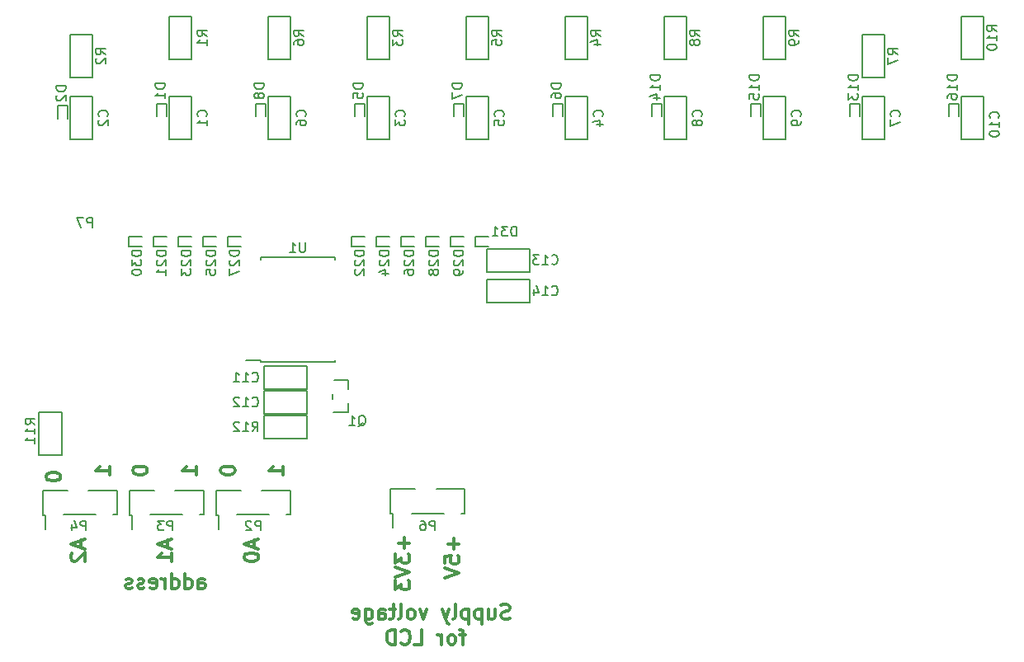
<source format=gbo>
G04 #@! TF.GenerationSoftware,KiCad,Pcbnew,(5.1.6)-1*
G04 #@! TF.CreationDate,2023-01-22T16:10:02+01:00*
G04 #@! TF.ProjectId,switches-with-lcd-display,73776974-6368-4657-932d-776974682d6c,rev?*
G04 #@! TF.SameCoordinates,Original*
G04 #@! TF.FileFunction,Legend,Bot*
G04 #@! TF.FilePolarity,Positive*
%FSLAX46Y46*%
G04 Gerber Fmt 4.6, Leading zero omitted, Abs format (unit mm)*
G04 Created by KiCad (PCBNEW (5.1.6)-1) date 2023-01-22 16:10:02*
%MOMM*%
%LPD*%
G01*
G04 APERTURE LIST*
%ADD10C,0.375000*%
%ADD11C,0.160000*%
%ADD12C,0.900000*%
%ADD13R,2.200000X2.200000*%
%ADD14C,2.200000*%
%ADD15C,5.200000*%
%ADD16R,2.100000X1.000000*%
%ADD17C,6.100000*%
%ADD18C,0.100000*%
%ADD19R,1.100000X1.100000*%
%ADD20R,1.350000X3.100000*%
%ADD21O,2.200000X2.200000*%
%ADD22R,0.600000X0.600000*%
%ADD23R,2.100000X2.100000*%
%ADD24C,2.100000*%
G04 APERTURE END LIST*
D10*
X52887142Y-141013571D02*
X52887142Y-140227857D01*
X52958571Y-140085000D01*
X53101428Y-140013571D01*
X53387142Y-140013571D01*
X53530000Y-140085000D01*
X52887142Y-140942142D02*
X53030000Y-141013571D01*
X53387142Y-141013571D01*
X53530000Y-140942142D01*
X53601428Y-140799285D01*
X53601428Y-140656428D01*
X53530000Y-140513571D01*
X53387142Y-140442142D01*
X53030000Y-140442142D01*
X52887142Y-140370714D01*
X51530000Y-141013571D02*
X51530000Y-139513571D01*
X51530000Y-140942142D02*
X51672857Y-141013571D01*
X51958571Y-141013571D01*
X52101428Y-140942142D01*
X52172857Y-140870714D01*
X52244285Y-140727857D01*
X52244285Y-140299285D01*
X52172857Y-140156428D01*
X52101428Y-140085000D01*
X51958571Y-140013571D01*
X51672857Y-140013571D01*
X51530000Y-140085000D01*
X50172857Y-141013571D02*
X50172857Y-139513571D01*
X50172857Y-140942142D02*
X50315714Y-141013571D01*
X50601428Y-141013571D01*
X50744285Y-140942142D01*
X50815714Y-140870714D01*
X50887142Y-140727857D01*
X50887142Y-140299285D01*
X50815714Y-140156428D01*
X50744285Y-140085000D01*
X50601428Y-140013571D01*
X50315714Y-140013571D01*
X50172857Y-140085000D01*
X49458571Y-141013571D02*
X49458571Y-140013571D01*
X49458571Y-140299285D02*
X49387142Y-140156428D01*
X49315714Y-140085000D01*
X49172857Y-140013571D01*
X49030000Y-140013571D01*
X47958571Y-140942142D02*
X48101428Y-141013571D01*
X48387142Y-141013571D01*
X48530000Y-140942142D01*
X48601428Y-140799285D01*
X48601428Y-140227857D01*
X48530000Y-140085000D01*
X48387142Y-140013571D01*
X48101428Y-140013571D01*
X47958571Y-140085000D01*
X47887142Y-140227857D01*
X47887142Y-140370714D01*
X48601428Y-140513571D01*
X47315714Y-140942142D02*
X47172857Y-141013571D01*
X46887142Y-141013571D01*
X46744285Y-140942142D01*
X46672857Y-140799285D01*
X46672857Y-140727857D01*
X46744285Y-140585000D01*
X46887142Y-140513571D01*
X47101428Y-140513571D01*
X47244285Y-140442142D01*
X47315714Y-140299285D01*
X47315714Y-140227857D01*
X47244285Y-140085000D01*
X47101428Y-140013571D01*
X46887142Y-140013571D01*
X46744285Y-140085000D01*
X46101428Y-140942142D02*
X45958571Y-141013571D01*
X45672857Y-141013571D01*
X45530000Y-140942142D01*
X45458571Y-140799285D01*
X45458571Y-140727857D01*
X45530000Y-140585000D01*
X45672857Y-140513571D01*
X45887142Y-140513571D01*
X46030000Y-140442142D01*
X46101428Y-140299285D01*
X46101428Y-140227857D01*
X46030000Y-140085000D01*
X45887142Y-140013571D01*
X45672857Y-140013571D01*
X45530000Y-140085000D01*
X84842857Y-144074642D02*
X84628571Y-144146071D01*
X84271428Y-144146071D01*
X84128571Y-144074642D01*
X84057142Y-144003214D01*
X83985714Y-143860357D01*
X83985714Y-143717500D01*
X84057142Y-143574642D01*
X84128571Y-143503214D01*
X84271428Y-143431785D01*
X84557142Y-143360357D01*
X84700000Y-143288928D01*
X84771428Y-143217500D01*
X84842857Y-143074642D01*
X84842857Y-142931785D01*
X84771428Y-142788928D01*
X84700000Y-142717500D01*
X84557142Y-142646071D01*
X84200000Y-142646071D01*
X83985714Y-142717500D01*
X82700000Y-143146071D02*
X82700000Y-144146071D01*
X83342857Y-143146071D02*
X83342857Y-143931785D01*
X83271428Y-144074642D01*
X83128571Y-144146071D01*
X82914285Y-144146071D01*
X82771428Y-144074642D01*
X82700000Y-144003214D01*
X81985714Y-143146071D02*
X81985714Y-144646071D01*
X81985714Y-143217500D02*
X81842857Y-143146071D01*
X81557142Y-143146071D01*
X81414285Y-143217500D01*
X81342857Y-143288928D01*
X81271428Y-143431785D01*
X81271428Y-143860357D01*
X81342857Y-144003214D01*
X81414285Y-144074642D01*
X81557142Y-144146071D01*
X81842857Y-144146071D01*
X81985714Y-144074642D01*
X80628571Y-143146071D02*
X80628571Y-144646071D01*
X80628571Y-143217500D02*
X80485714Y-143146071D01*
X80200000Y-143146071D01*
X80057142Y-143217500D01*
X79985714Y-143288928D01*
X79914285Y-143431785D01*
X79914285Y-143860357D01*
X79985714Y-144003214D01*
X80057142Y-144074642D01*
X80200000Y-144146071D01*
X80485714Y-144146071D01*
X80628571Y-144074642D01*
X79057142Y-144146071D02*
X79200000Y-144074642D01*
X79271428Y-143931785D01*
X79271428Y-142646071D01*
X78628571Y-143146071D02*
X78271428Y-144146071D01*
X77914285Y-143146071D02*
X78271428Y-144146071D01*
X78414285Y-144503214D01*
X78485714Y-144574642D01*
X78628571Y-144646071D01*
X76342857Y-143146071D02*
X75985714Y-144146071D01*
X75628571Y-143146071D01*
X74842857Y-144146071D02*
X74985714Y-144074642D01*
X75057142Y-144003214D01*
X75128571Y-143860357D01*
X75128571Y-143431785D01*
X75057142Y-143288928D01*
X74985714Y-143217500D01*
X74842857Y-143146071D01*
X74628571Y-143146071D01*
X74485714Y-143217500D01*
X74414285Y-143288928D01*
X74342857Y-143431785D01*
X74342857Y-143860357D01*
X74414285Y-144003214D01*
X74485714Y-144074642D01*
X74628571Y-144146071D01*
X74842857Y-144146071D01*
X73485714Y-144146071D02*
X73628571Y-144074642D01*
X73700000Y-143931785D01*
X73700000Y-142646071D01*
X73128571Y-143146071D02*
X72557142Y-143146071D01*
X72914285Y-142646071D02*
X72914285Y-143931785D01*
X72842857Y-144074642D01*
X72700000Y-144146071D01*
X72557142Y-144146071D01*
X71414285Y-144146071D02*
X71414285Y-143360357D01*
X71485714Y-143217500D01*
X71628571Y-143146071D01*
X71914285Y-143146071D01*
X72057142Y-143217500D01*
X71414285Y-144074642D02*
X71557142Y-144146071D01*
X71914285Y-144146071D01*
X72057142Y-144074642D01*
X72128571Y-143931785D01*
X72128571Y-143788928D01*
X72057142Y-143646071D01*
X71914285Y-143574642D01*
X71557142Y-143574642D01*
X71414285Y-143503214D01*
X70057142Y-143146071D02*
X70057142Y-144360357D01*
X70128571Y-144503214D01*
X70200000Y-144574642D01*
X70342857Y-144646071D01*
X70557142Y-144646071D01*
X70700000Y-144574642D01*
X70057142Y-144074642D02*
X70200000Y-144146071D01*
X70485714Y-144146071D01*
X70628571Y-144074642D01*
X70700000Y-144003214D01*
X70771428Y-143860357D01*
X70771428Y-143431785D01*
X70700000Y-143288928D01*
X70628571Y-143217500D01*
X70485714Y-143146071D01*
X70200000Y-143146071D01*
X70057142Y-143217500D01*
X68771428Y-144074642D02*
X68914285Y-144146071D01*
X69200000Y-144146071D01*
X69342857Y-144074642D01*
X69414285Y-143931785D01*
X69414285Y-143360357D01*
X69342857Y-143217500D01*
X69200000Y-143146071D01*
X68914285Y-143146071D01*
X68771428Y-143217500D01*
X68700000Y-143360357D01*
X68700000Y-143503214D01*
X69414285Y-143646071D01*
X80307142Y-145771071D02*
X79735714Y-145771071D01*
X80092857Y-146771071D02*
X80092857Y-145485357D01*
X80021428Y-145342500D01*
X79878571Y-145271071D01*
X79735714Y-145271071D01*
X79021428Y-146771071D02*
X79164285Y-146699642D01*
X79235714Y-146628214D01*
X79307142Y-146485357D01*
X79307142Y-146056785D01*
X79235714Y-145913928D01*
X79164285Y-145842500D01*
X79021428Y-145771071D01*
X78807142Y-145771071D01*
X78664285Y-145842500D01*
X78592857Y-145913928D01*
X78521428Y-146056785D01*
X78521428Y-146485357D01*
X78592857Y-146628214D01*
X78664285Y-146699642D01*
X78807142Y-146771071D01*
X79021428Y-146771071D01*
X77878571Y-146771071D02*
X77878571Y-145771071D01*
X77878571Y-146056785D02*
X77807142Y-145913928D01*
X77735714Y-145842500D01*
X77592857Y-145771071D01*
X77450000Y-145771071D01*
X75092857Y-146771071D02*
X75807142Y-146771071D01*
X75807142Y-145271071D01*
X73735714Y-146628214D02*
X73807142Y-146699642D01*
X74021428Y-146771071D01*
X74164285Y-146771071D01*
X74378571Y-146699642D01*
X74521428Y-146556785D01*
X74592857Y-146413928D01*
X74664285Y-146128214D01*
X74664285Y-145913928D01*
X74592857Y-145628214D01*
X74521428Y-145485357D01*
X74378571Y-145342500D01*
X74164285Y-145271071D01*
X74021428Y-145271071D01*
X73807142Y-145342500D01*
X73735714Y-145413928D01*
X73092857Y-146771071D02*
X73092857Y-145271071D01*
X72735714Y-145271071D01*
X72521428Y-145342500D01*
X72378571Y-145485357D01*
X72307142Y-145628214D01*
X72235714Y-145913928D01*
X72235714Y-146128214D01*
X72307142Y-146413928D01*
X72378571Y-146556785D01*
X72521428Y-146699642D01*
X72735714Y-146771071D01*
X73092857Y-146771071D01*
X40890000Y-136088571D02*
X40890000Y-136802857D01*
X41318571Y-135945714D02*
X39818571Y-136445714D01*
X41318571Y-136945714D01*
X39961428Y-137374285D02*
X39890000Y-137445714D01*
X39818571Y-137588571D01*
X39818571Y-137945714D01*
X39890000Y-138088571D01*
X39961428Y-138160000D01*
X40104285Y-138231428D01*
X40247142Y-138231428D01*
X40461428Y-138160000D01*
X41318571Y-137302857D01*
X41318571Y-138231428D01*
X49780000Y-136088571D02*
X49780000Y-136802857D01*
X50208571Y-135945714D02*
X48708571Y-136445714D01*
X50208571Y-136945714D01*
X50208571Y-138231428D02*
X50208571Y-137374285D01*
X50208571Y-137802857D02*
X48708571Y-137802857D01*
X48922857Y-137660000D01*
X49065714Y-137517142D01*
X49137142Y-137374285D01*
X58670000Y-136088571D02*
X58670000Y-136802857D01*
X59098571Y-135945714D02*
X57598571Y-136445714D01*
X59098571Y-136945714D01*
X57598571Y-137731428D02*
X57598571Y-137874285D01*
X57670000Y-138017142D01*
X57741428Y-138088571D01*
X57884285Y-138160000D01*
X58170000Y-138231428D01*
X58527142Y-138231428D01*
X58812857Y-138160000D01*
X58955714Y-138088571D01*
X59027142Y-138017142D01*
X59098571Y-137874285D01*
X59098571Y-137731428D01*
X59027142Y-137588571D01*
X58955714Y-137517142D01*
X58812857Y-137445714D01*
X58527142Y-137374285D01*
X58170000Y-137374285D01*
X57884285Y-137445714D01*
X57741428Y-137517142D01*
X57670000Y-137588571D01*
X57598571Y-137731428D01*
X61638571Y-129333571D02*
X61638571Y-128476428D01*
X61638571Y-128905000D02*
X60138571Y-128905000D01*
X60352857Y-128762142D01*
X60495714Y-128619285D01*
X60567142Y-128476428D01*
X52748571Y-129333571D02*
X52748571Y-128476428D01*
X52748571Y-128905000D02*
X51248571Y-128905000D01*
X51462857Y-128762142D01*
X51605714Y-128619285D01*
X51677142Y-128476428D01*
X43858571Y-129333571D02*
X43858571Y-128476428D01*
X43858571Y-128905000D02*
X42358571Y-128905000D01*
X42572857Y-128762142D01*
X42715714Y-128619285D01*
X42787142Y-128476428D01*
X56701428Y-128976428D02*
X56701428Y-128833571D01*
X56630000Y-128690714D01*
X56558571Y-128619285D01*
X56415714Y-128547857D01*
X56130000Y-128476428D01*
X55772857Y-128476428D01*
X55487142Y-128547857D01*
X55344285Y-128619285D01*
X55272857Y-128690714D01*
X55201428Y-128833571D01*
X55201428Y-128976428D01*
X55272857Y-129119285D01*
X55344285Y-129190714D01*
X55487142Y-129262142D01*
X55772857Y-129333571D01*
X56130000Y-129333571D01*
X56415714Y-129262142D01*
X56558571Y-129190714D01*
X56630000Y-129119285D01*
X56701428Y-128976428D01*
X46168571Y-128833571D02*
X46168571Y-128976428D01*
X46240000Y-129119285D01*
X46311428Y-129190714D01*
X46454285Y-129262142D01*
X46740000Y-129333571D01*
X47097142Y-129333571D01*
X47382857Y-129262142D01*
X47525714Y-129190714D01*
X47597142Y-129119285D01*
X47668571Y-128976428D01*
X47668571Y-128833571D01*
X47597142Y-128690714D01*
X47525714Y-128619285D01*
X47382857Y-128547857D01*
X47097142Y-128476428D01*
X46740000Y-128476428D01*
X46454285Y-128547857D01*
X46311428Y-128619285D01*
X46240000Y-128690714D01*
X46168571Y-128833571D01*
X37278571Y-129468571D02*
X37278571Y-129611428D01*
X37350000Y-129754285D01*
X37421428Y-129825714D01*
X37564285Y-129897142D01*
X37850000Y-129968571D01*
X38207142Y-129968571D01*
X38492857Y-129897142D01*
X38635714Y-129825714D01*
X38707142Y-129754285D01*
X38778571Y-129611428D01*
X38778571Y-129468571D01*
X38707142Y-129325714D01*
X38635714Y-129254285D01*
X38492857Y-129182857D01*
X38207142Y-129111428D01*
X37850000Y-129111428D01*
X37564285Y-129182857D01*
X37421428Y-129254285D01*
X37350000Y-129325714D01*
X37278571Y-129468571D01*
X79101142Y-135866428D02*
X79101142Y-137009285D01*
X79672571Y-136437857D02*
X78529714Y-136437857D01*
X78172571Y-138437857D02*
X78172571Y-137723571D01*
X78886857Y-137652142D01*
X78815428Y-137723571D01*
X78744000Y-137866428D01*
X78744000Y-138223571D01*
X78815428Y-138366428D01*
X78886857Y-138437857D01*
X79029714Y-138509285D01*
X79386857Y-138509285D01*
X79529714Y-138437857D01*
X79601142Y-138366428D01*
X79672571Y-138223571D01*
X79672571Y-137866428D01*
X79601142Y-137723571D01*
X79529714Y-137652142D01*
X78172571Y-138937857D02*
X79672571Y-139437857D01*
X78172571Y-139937857D01*
X74021142Y-135787142D02*
X74021142Y-136930000D01*
X74592571Y-136358571D02*
X73449714Y-136358571D01*
X73092571Y-137501428D02*
X73092571Y-138430000D01*
X73664000Y-137930000D01*
X73664000Y-138144285D01*
X73735428Y-138287142D01*
X73806857Y-138358571D01*
X73949714Y-138430000D01*
X74306857Y-138430000D01*
X74449714Y-138358571D01*
X74521142Y-138287142D01*
X74592571Y-138144285D01*
X74592571Y-137715714D01*
X74521142Y-137572857D01*
X74449714Y-137501428D01*
X73092571Y-138858571D02*
X74592571Y-139358571D01*
X73092571Y-139858571D01*
X73092571Y-140215714D02*
X73092571Y-141144285D01*
X73664000Y-140644285D01*
X73664000Y-140858571D01*
X73735428Y-141001428D01*
X73806857Y-141072857D01*
X73949714Y-141144285D01*
X74306857Y-141144285D01*
X74449714Y-141072857D01*
X74521142Y-141001428D01*
X74592571Y-140858571D01*
X74592571Y-140430000D01*
X74521142Y-140287142D01*
X74449714Y-140215714D01*
D11*
X59309000Y-117552400D02*
X57785000Y-117552400D01*
X59309000Y-117757400D02*
X59309000Y-117552400D01*
X66929000Y-117757400D02*
X66929000Y-117552400D01*
X66929000Y-117757400D02*
X59309000Y-117757400D01*
X59309000Y-107032600D02*
X59309000Y-107237600D01*
X66929000Y-107032600D02*
X66929000Y-107237600D01*
X66929000Y-107032600D02*
X59309000Y-107032600D01*
X64049000Y-123280000D02*
X59649000Y-123280000D01*
X59649000Y-123280000D02*
X59649000Y-125640000D01*
X59649000Y-125640000D02*
X64049000Y-125640000D01*
X64049000Y-125640000D02*
X64049000Y-123280000D01*
X38899000Y-127295000D02*
X38899000Y-122895000D01*
X38899000Y-122895000D02*
X36539000Y-122895000D01*
X36539000Y-122895000D02*
X36539000Y-127295000D01*
X36539000Y-127295000D02*
X38899000Y-127295000D01*
X131154000Y-82255000D02*
X131154000Y-86655000D01*
X131154000Y-86655000D02*
X133514000Y-86655000D01*
X133514000Y-86655000D02*
X133514000Y-82255000D01*
X133514000Y-82255000D02*
X131154000Y-82255000D01*
X110834000Y-82255000D02*
X110834000Y-86655000D01*
X110834000Y-86655000D02*
X113194000Y-86655000D01*
X113194000Y-86655000D02*
X113194000Y-82255000D01*
X113194000Y-82255000D02*
X110834000Y-82255000D01*
X100674000Y-82255000D02*
X100674000Y-86655000D01*
X100674000Y-86655000D02*
X103034000Y-86655000D01*
X103034000Y-86655000D02*
X103034000Y-82255000D01*
X103034000Y-82255000D02*
X100674000Y-82255000D01*
X120994000Y-84160000D02*
X120994000Y-88560000D01*
X120994000Y-88560000D02*
X123354000Y-88560000D01*
X123354000Y-88560000D02*
X123354000Y-84160000D01*
X123354000Y-84160000D02*
X120994000Y-84160000D01*
X60034000Y-82255000D02*
X60034000Y-86655000D01*
X60034000Y-86655000D02*
X62394000Y-86655000D01*
X62394000Y-86655000D02*
X62394000Y-82255000D01*
X62394000Y-82255000D02*
X60034000Y-82255000D01*
X80354000Y-82255000D02*
X80354000Y-86655000D01*
X80354000Y-86655000D02*
X82714000Y-86655000D01*
X82714000Y-86655000D02*
X82714000Y-82255000D01*
X82714000Y-82255000D02*
X80354000Y-82255000D01*
X90514000Y-82255000D02*
X90514000Y-86655000D01*
X90514000Y-86655000D02*
X92874000Y-86655000D01*
X92874000Y-86655000D02*
X92874000Y-82255000D01*
X92874000Y-82255000D02*
X90514000Y-82255000D01*
X70194000Y-82255000D02*
X70194000Y-86655000D01*
X70194000Y-86655000D02*
X72554000Y-86655000D01*
X72554000Y-86655000D02*
X72554000Y-82255000D01*
X72554000Y-82255000D02*
X70194000Y-82255000D01*
X39714000Y-84160000D02*
X39714000Y-88560000D01*
X39714000Y-88560000D02*
X42074000Y-88560000D01*
X42074000Y-88560000D02*
X42074000Y-84160000D01*
X42074000Y-84160000D02*
X39714000Y-84160000D01*
X49874000Y-82255000D02*
X49874000Y-86655000D01*
X49874000Y-86655000D02*
X52234000Y-86655000D01*
X52234000Y-86655000D02*
X52234000Y-82255000D01*
X52234000Y-82255000D02*
X49874000Y-82255000D01*
X66675000Y-121539000D02*
X66675000Y-121031000D01*
X68324000Y-119634000D02*
X68324000Y-120564000D01*
X68324000Y-122936000D02*
X68324000Y-122006000D01*
X68324000Y-122936000D02*
X66802000Y-122936000D01*
X68324000Y-119634000D02*
X66864000Y-119634000D01*
X72644000Y-133350000D02*
X72644000Y-130810000D01*
X72898000Y-134790000D02*
X72898000Y-133350000D01*
X72898000Y-133350000D02*
X72644000Y-133350000D01*
X80264000Y-133330000D02*
X79883000Y-133330000D01*
X78105000Y-133330000D02*
X74803000Y-133330000D01*
X77343000Y-130830000D02*
X80264000Y-130830000D01*
X80264000Y-130830000D02*
X80264000Y-133330000D01*
X72644000Y-130810000D02*
X75184000Y-130810000D01*
X36957000Y-133477000D02*
X36957000Y-130937000D01*
X37211000Y-134917000D02*
X37211000Y-133477000D01*
X37211000Y-133477000D02*
X36957000Y-133477000D01*
X44577000Y-133457000D02*
X44196000Y-133457000D01*
X42418000Y-133457000D02*
X39116000Y-133457000D01*
X41656000Y-130957000D02*
X44577000Y-130957000D01*
X44577000Y-130957000D02*
X44577000Y-133457000D01*
X36957000Y-130937000D02*
X39497000Y-130937000D01*
X45847000Y-133477000D02*
X45847000Y-130937000D01*
X46101000Y-134917000D02*
X46101000Y-133477000D01*
X46101000Y-133477000D02*
X45847000Y-133477000D01*
X53467000Y-133457000D02*
X53086000Y-133457000D01*
X51308000Y-133457000D02*
X48006000Y-133457000D01*
X50546000Y-130957000D02*
X53467000Y-130957000D01*
X53467000Y-130957000D02*
X53467000Y-133457000D01*
X45847000Y-130937000D02*
X48387000Y-130937000D01*
X54737000Y-133477000D02*
X54737000Y-130937000D01*
X54991000Y-134917000D02*
X54991000Y-133477000D01*
X54991000Y-133477000D02*
X54737000Y-133477000D01*
X62357000Y-133457000D02*
X61976000Y-133457000D01*
X60198000Y-133457000D02*
X56896000Y-133457000D01*
X59436000Y-130957000D02*
X62357000Y-130957000D01*
X62357000Y-130957000D02*
X62357000Y-133457000D01*
X54737000Y-130937000D02*
X57277000Y-130937000D01*
X81330800Y-105918000D02*
X81330800Y-104876600D01*
X81322200Y-105918000D02*
X82651600Y-105918000D01*
X81322200Y-104876600D02*
X82651600Y-104876600D01*
X45770800Y-105918000D02*
X45770800Y-104876600D01*
X45762200Y-105918000D02*
X47091600Y-105918000D01*
X45762200Y-104876600D02*
X47091600Y-104876600D01*
X78790800Y-105918000D02*
X78790800Y-104876600D01*
X78782200Y-105918000D02*
X80111600Y-105918000D01*
X78782200Y-104876600D02*
X80111600Y-104876600D01*
X76250800Y-105918000D02*
X76250800Y-104876600D01*
X76242200Y-105918000D02*
X77571600Y-105918000D01*
X76242200Y-104876600D02*
X77571600Y-104876600D01*
X55930800Y-105918000D02*
X55930800Y-104876600D01*
X55922200Y-105918000D02*
X57251600Y-105918000D01*
X55922200Y-104876600D02*
X57251600Y-104876600D01*
X73710800Y-105918000D02*
X73710800Y-104876600D01*
X73702200Y-105918000D02*
X75031600Y-105918000D01*
X73702200Y-104876600D02*
X75031600Y-104876600D01*
X53390800Y-105918000D02*
X53390800Y-104876600D01*
X53382200Y-105918000D02*
X54711600Y-105918000D01*
X53382200Y-104876600D02*
X54711600Y-104876600D01*
X71170800Y-105918000D02*
X71170800Y-104876600D01*
X71162200Y-105918000D02*
X72491600Y-105918000D01*
X71162200Y-104876600D02*
X72491600Y-104876600D01*
X50850800Y-105918000D02*
X50850800Y-104876600D01*
X50842200Y-105918000D02*
X52171600Y-105918000D01*
X50842200Y-104876600D02*
X52171600Y-104876600D01*
X68630800Y-105918000D02*
X68630800Y-104876600D01*
X68622200Y-105918000D02*
X69951600Y-105918000D01*
X68622200Y-104876600D02*
X69951600Y-104876600D01*
X48310800Y-105918000D02*
X48310800Y-104876600D01*
X48302200Y-105918000D02*
X49631600Y-105918000D01*
X48302200Y-104876600D02*
X49631600Y-104876600D01*
X129921000Y-91236800D02*
X130962400Y-91236800D01*
X129921000Y-91228200D02*
X129921000Y-92557600D01*
X130962400Y-91228200D02*
X130962400Y-92557600D01*
X109601000Y-91236800D02*
X110642400Y-91236800D01*
X109601000Y-91228200D02*
X109601000Y-92557600D01*
X110642400Y-91228200D02*
X110642400Y-92557600D01*
X99441000Y-91236800D02*
X100482400Y-91236800D01*
X99441000Y-91228200D02*
X99441000Y-92557600D01*
X100482400Y-91228200D02*
X100482400Y-92557600D01*
X119761000Y-91236800D02*
X120802400Y-91236800D01*
X119761000Y-91228200D02*
X119761000Y-92557600D01*
X120802400Y-91228200D02*
X120802400Y-92557600D01*
X58801000Y-91236800D02*
X59842400Y-91236800D01*
X58801000Y-91228200D02*
X58801000Y-92557600D01*
X59842400Y-91228200D02*
X59842400Y-92557600D01*
X79121000Y-91236800D02*
X80162400Y-91236800D01*
X79121000Y-91228200D02*
X79121000Y-92557600D01*
X80162400Y-91228200D02*
X80162400Y-92557600D01*
X89281000Y-91236800D02*
X90322400Y-91236800D01*
X89281000Y-91228200D02*
X89281000Y-92557600D01*
X90322400Y-91228200D02*
X90322400Y-92557600D01*
X68961000Y-91236800D02*
X70002400Y-91236800D01*
X68961000Y-91228200D02*
X68961000Y-92557600D01*
X70002400Y-91228200D02*
X70002400Y-92557600D01*
X38481000Y-91440000D02*
X39522400Y-91440000D01*
X38481000Y-91431400D02*
X38481000Y-92760800D01*
X39522400Y-91431400D02*
X39522400Y-92760800D01*
X48641000Y-91236800D02*
X49682400Y-91236800D01*
X48641000Y-91228200D02*
X48641000Y-92557600D01*
X49682400Y-91228200D02*
X49682400Y-92557600D01*
X86909000Y-109310000D02*
X82509000Y-109310000D01*
X82509000Y-111670000D02*
X86909000Y-111670000D01*
X86909000Y-111670000D02*
X86909000Y-109310000D01*
X82509000Y-109310000D02*
X82509000Y-111670000D01*
X86909000Y-106135000D02*
X82509000Y-106135000D01*
X82509000Y-108495000D02*
X86909000Y-108495000D01*
X86909000Y-108495000D02*
X86909000Y-106135000D01*
X82509000Y-106135000D02*
X82509000Y-108495000D01*
X59649000Y-123100000D02*
X64049000Y-123100000D01*
X64049000Y-120740000D02*
X59649000Y-120740000D01*
X59649000Y-120740000D02*
X59649000Y-123100000D01*
X64049000Y-123100000D02*
X64049000Y-120740000D01*
X59649000Y-120560000D02*
X64049000Y-120560000D01*
X64049000Y-118200000D02*
X59649000Y-118200000D01*
X59649000Y-118200000D02*
X59649000Y-120560000D01*
X64049000Y-120560000D02*
X64049000Y-118200000D01*
X131154000Y-90510000D02*
X131154000Y-94910000D01*
X133514000Y-94910000D02*
X133514000Y-90510000D01*
X133514000Y-90510000D02*
X131154000Y-90510000D01*
X131154000Y-94910000D02*
X133514000Y-94910000D01*
X110834000Y-90510000D02*
X110834000Y-94910000D01*
X113194000Y-94910000D02*
X113194000Y-90510000D01*
X113194000Y-90510000D02*
X110834000Y-90510000D01*
X110834000Y-94910000D02*
X113194000Y-94910000D01*
X100674000Y-90510000D02*
X100674000Y-94910000D01*
X103034000Y-94910000D02*
X103034000Y-90510000D01*
X103034000Y-90510000D02*
X100674000Y-90510000D01*
X100674000Y-94910000D02*
X103034000Y-94910000D01*
X120994000Y-90510000D02*
X120994000Y-94910000D01*
X123354000Y-94910000D02*
X123354000Y-90510000D01*
X123354000Y-90510000D02*
X120994000Y-90510000D01*
X120994000Y-94910000D02*
X123354000Y-94910000D01*
X60034000Y-90510000D02*
X60034000Y-94910000D01*
X62394000Y-94910000D02*
X62394000Y-90510000D01*
X62394000Y-90510000D02*
X60034000Y-90510000D01*
X60034000Y-94910000D02*
X62394000Y-94910000D01*
X80354000Y-90510000D02*
X80354000Y-94910000D01*
X82714000Y-94910000D02*
X82714000Y-90510000D01*
X82714000Y-90510000D02*
X80354000Y-90510000D01*
X80354000Y-94910000D02*
X82714000Y-94910000D01*
X90514000Y-90510000D02*
X90514000Y-94910000D01*
X92874000Y-94910000D02*
X92874000Y-90510000D01*
X92874000Y-90510000D02*
X90514000Y-90510000D01*
X90514000Y-94910000D02*
X92874000Y-94910000D01*
X70194000Y-90510000D02*
X70194000Y-94910000D01*
X72554000Y-94910000D02*
X72554000Y-90510000D01*
X72554000Y-90510000D02*
X70194000Y-90510000D01*
X70194000Y-94910000D02*
X72554000Y-94910000D01*
X39714000Y-90510000D02*
X39714000Y-94910000D01*
X42074000Y-94910000D02*
X42074000Y-90510000D01*
X42074000Y-90510000D02*
X39714000Y-90510000D01*
X39714000Y-94910000D02*
X42074000Y-94910000D01*
X49874000Y-90510000D02*
X49874000Y-94910000D01*
X52234000Y-94910000D02*
X52234000Y-90510000D01*
X52234000Y-90510000D02*
X49874000Y-90510000D01*
X49874000Y-94910000D02*
X52234000Y-94910000D01*
X42013095Y-103957380D02*
X42013095Y-102957380D01*
X41632142Y-102957380D01*
X41536904Y-103005000D01*
X41489285Y-103052619D01*
X41441666Y-103147857D01*
X41441666Y-103290714D01*
X41489285Y-103385952D01*
X41536904Y-103433571D01*
X41632142Y-103481190D01*
X42013095Y-103481190D01*
X41108333Y-102957380D02*
X40441666Y-102957380D01*
X40870238Y-103957380D01*
X63880904Y-105497380D02*
X63880904Y-106306904D01*
X63833285Y-106402142D01*
X63785666Y-106449761D01*
X63690428Y-106497380D01*
X63499952Y-106497380D01*
X63404714Y-106449761D01*
X63357095Y-106402142D01*
X63309476Y-106306904D01*
X63309476Y-105497380D01*
X62309476Y-106497380D02*
X62880904Y-106497380D01*
X62595190Y-106497380D02*
X62595190Y-105497380D01*
X62690428Y-105640238D01*
X62785666Y-105735476D01*
X62880904Y-105783095D01*
X58427857Y-124912380D02*
X58761190Y-124436190D01*
X58999285Y-124912380D02*
X58999285Y-123912380D01*
X58618333Y-123912380D01*
X58523095Y-123960000D01*
X58475476Y-124007619D01*
X58427857Y-124102857D01*
X58427857Y-124245714D01*
X58475476Y-124340952D01*
X58523095Y-124388571D01*
X58618333Y-124436190D01*
X58999285Y-124436190D01*
X57475476Y-124912380D02*
X58046904Y-124912380D01*
X57761190Y-124912380D02*
X57761190Y-123912380D01*
X57856428Y-124055238D01*
X57951666Y-124150476D01*
X58046904Y-124198095D01*
X57094523Y-124007619D02*
X57046904Y-123960000D01*
X56951666Y-123912380D01*
X56713571Y-123912380D01*
X56618333Y-123960000D01*
X56570714Y-124007619D01*
X56523095Y-124102857D01*
X56523095Y-124198095D01*
X56570714Y-124340952D01*
X57142142Y-124912380D01*
X56523095Y-124912380D01*
X36139380Y-124198142D02*
X35663190Y-123864809D01*
X36139380Y-123626714D02*
X35139380Y-123626714D01*
X35139380Y-124007666D01*
X35187000Y-124102904D01*
X35234619Y-124150523D01*
X35329857Y-124198142D01*
X35472714Y-124198142D01*
X35567952Y-124150523D01*
X35615571Y-124102904D01*
X35663190Y-124007666D01*
X35663190Y-123626714D01*
X36139380Y-125150523D02*
X36139380Y-124579095D01*
X36139380Y-124864809D02*
X35139380Y-124864809D01*
X35282238Y-124769571D01*
X35377476Y-124674333D01*
X35425095Y-124579095D01*
X36139380Y-126102904D02*
X36139380Y-125531476D01*
X36139380Y-125817190D02*
X35139380Y-125817190D01*
X35282238Y-125721952D01*
X35377476Y-125626714D01*
X35425095Y-125531476D01*
X134818380Y-83812142D02*
X134342190Y-83478809D01*
X134818380Y-83240714D02*
X133818380Y-83240714D01*
X133818380Y-83621666D01*
X133866000Y-83716904D01*
X133913619Y-83764523D01*
X134008857Y-83812142D01*
X134151714Y-83812142D01*
X134246952Y-83764523D01*
X134294571Y-83716904D01*
X134342190Y-83621666D01*
X134342190Y-83240714D01*
X134818380Y-84764523D02*
X134818380Y-84193095D01*
X134818380Y-84478809D02*
X133818380Y-84478809D01*
X133961238Y-84383571D01*
X134056476Y-84288333D01*
X134104095Y-84193095D01*
X133818380Y-85383571D02*
X133818380Y-85478809D01*
X133866000Y-85574047D01*
X133913619Y-85621666D01*
X134008857Y-85669285D01*
X134199333Y-85716904D01*
X134437428Y-85716904D01*
X134627904Y-85669285D01*
X134723142Y-85621666D01*
X134770761Y-85574047D01*
X134818380Y-85478809D01*
X134818380Y-85383571D01*
X134770761Y-85288333D01*
X134723142Y-85240714D01*
X134627904Y-85193095D01*
X134437428Y-85145476D01*
X134199333Y-85145476D01*
X134008857Y-85193095D01*
X133913619Y-85240714D01*
X133866000Y-85288333D01*
X133818380Y-85383571D01*
X114498380Y-84288333D02*
X114022190Y-83955000D01*
X114498380Y-83716904D02*
X113498380Y-83716904D01*
X113498380Y-84097857D01*
X113546000Y-84193095D01*
X113593619Y-84240714D01*
X113688857Y-84288333D01*
X113831714Y-84288333D01*
X113926952Y-84240714D01*
X113974571Y-84193095D01*
X114022190Y-84097857D01*
X114022190Y-83716904D01*
X114498380Y-84764523D02*
X114498380Y-84955000D01*
X114450761Y-85050238D01*
X114403142Y-85097857D01*
X114260285Y-85193095D01*
X114069809Y-85240714D01*
X113688857Y-85240714D01*
X113593619Y-85193095D01*
X113546000Y-85145476D01*
X113498380Y-85050238D01*
X113498380Y-84859761D01*
X113546000Y-84764523D01*
X113593619Y-84716904D01*
X113688857Y-84669285D01*
X113926952Y-84669285D01*
X114022190Y-84716904D01*
X114069809Y-84764523D01*
X114117428Y-84859761D01*
X114117428Y-85050238D01*
X114069809Y-85145476D01*
X114022190Y-85193095D01*
X113926952Y-85240714D01*
X104338380Y-84288333D02*
X103862190Y-83955000D01*
X104338380Y-83716904D02*
X103338380Y-83716904D01*
X103338380Y-84097857D01*
X103386000Y-84193095D01*
X103433619Y-84240714D01*
X103528857Y-84288333D01*
X103671714Y-84288333D01*
X103766952Y-84240714D01*
X103814571Y-84193095D01*
X103862190Y-84097857D01*
X103862190Y-83716904D01*
X103766952Y-84859761D02*
X103719333Y-84764523D01*
X103671714Y-84716904D01*
X103576476Y-84669285D01*
X103528857Y-84669285D01*
X103433619Y-84716904D01*
X103386000Y-84764523D01*
X103338380Y-84859761D01*
X103338380Y-85050238D01*
X103386000Y-85145476D01*
X103433619Y-85193095D01*
X103528857Y-85240714D01*
X103576476Y-85240714D01*
X103671714Y-85193095D01*
X103719333Y-85145476D01*
X103766952Y-85050238D01*
X103766952Y-84859761D01*
X103814571Y-84764523D01*
X103862190Y-84716904D01*
X103957428Y-84669285D01*
X104147904Y-84669285D01*
X104243142Y-84716904D01*
X104290761Y-84764523D01*
X104338380Y-84859761D01*
X104338380Y-85050238D01*
X104290761Y-85145476D01*
X104243142Y-85193095D01*
X104147904Y-85240714D01*
X103957428Y-85240714D01*
X103862190Y-85193095D01*
X103814571Y-85145476D01*
X103766952Y-85050238D01*
X124658380Y-86193333D02*
X124182190Y-85860000D01*
X124658380Y-85621904D02*
X123658380Y-85621904D01*
X123658380Y-86002857D01*
X123706000Y-86098095D01*
X123753619Y-86145714D01*
X123848857Y-86193333D01*
X123991714Y-86193333D01*
X124086952Y-86145714D01*
X124134571Y-86098095D01*
X124182190Y-86002857D01*
X124182190Y-85621904D01*
X123658380Y-86526666D02*
X123658380Y-87193333D01*
X124658380Y-86764761D01*
X63698380Y-84288333D02*
X63222190Y-83955000D01*
X63698380Y-83716904D02*
X62698380Y-83716904D01*
X62698380Y-84097857D01*
X62746000Y-84193095D01*
X62793619Y-84240714D01*
X62888857Y-84288333D01*
X63031714Y-84288333D01*
X63126952Y-84240714D01*
X63174571Y-84193095D01*
X63222190Y-84097857D01*
X63222190Y-83716904D01*
X62698380Y-85145476D02*
X62698380Y-84955000D01*
X62746000Y-84859761D01*
X62793619Y-84812142D01*
X62936476Y-84716904D01*
X63126952Y-84669285D01*
X63507904Y-84669285D01*
X63603142Y-84716904D01*
X63650761Y-84764523D01*
X63698380Y-84859761D01*
X63698380Y-85050238D01*
X63650761Y-85145476D01*
X63603142Y-85193095D01*
X63507904Y-85240714D01*
X63269809Y-85240714D01*
X63174571Y-85193095D01*
X63126952Y-85145476D01*
X63079333Y-85050238D01*
X63079333Y-84859761D01*
X63126952Y-84764523D01*
X63174571Y-84716904D01*
X63269809Y-84669285D01*
X84018380Y-84288333D02*
X83542190Y-83955000D01*
X84018380Y-83716904D02*
X83018380Y-83716904D01*
X83018380Y-84097857D01*
X83066000Y-84193095D01*
X83113619Y-84240714D01*
X83208857Y-84288333D01*
X83351714Y-84288333D01*
X83446952Y-84240714D01*
X83494571Y-84193095D01*
X83542190Y-84097857D01*
X83542190Y-83716904D01*
X83018380Y-85193095D02*
X83018380Y-84716904D01*
X83494571Y-84669285D01*
X83446952Y-84716904D01*
X83399333Y-84812142D01*
X83399333Y-85050238D01*
X83446952Y-85145476D01*
X83494571Y-85193095D01*
X83589809Y-85240714D01*
X83827904Y-85240714D01*
X83923142Y-85193095D01*
X83970761Y-85145476D01*
X84018380Y-85050238D01*
X84018380Y-84812142D01*
X83970761Y-84716904D01*
X83923142Y-84669285D01*
X94178380Y-84288333D02*
X93702190Y-83955000D01*
X94178380Y-83716904D02*
X93178380Y-83716904D01*
X93178380Y-84097857D01*
X93226000Y-84193095D01*
X93273619Y-84240714D01*
X93368857Y-84288333D01*
X93511714Y-84288333D01*
X93606952Y-84240714D01*
X93654571Y-84193095D01*
X93702190Y-84097857D01*
X93702190Y-83716904D01*
X93511714Y-85145476D02*
X94178380Y-85145476D01*
X93130761Y-84907380D02*
X93845047Y-84669285D01*
X93845047Y-85288333D01*
X73858380Y-84288333D02*
X73382190Y-83955000D01*
X73858380Y-83716904D02*
X72858380Y-83716904D01*
X72858380Y-84097857D01*
X72906000Y-84193095D01*
X72953619Y-84240714D01*
X73048857Y-84288333D01*
X73191714Y-84288333D01*
X73286952Y-84240714D01*
X73334571Y-84193095D01*
X73382190Y-84097857D01*
X73382190Y-83716904D01*
X72858380Y-84621666D02*
X72858380Y-85240714D01*
X73239333Y-84907380D01*
X73239333Y-85050238D01*
X73286952Y-85145476D01*
X73334571Y-85193095D01*
X73429809Y-85240714D01*
X73667904Y-85240714D01*
X73763142Y-85193095D01*
X73810761Y-85145476D01*
X73858380Y-85050238D01*
X73858380Y-84764523D01*
X73810761Y-84669285D01*
X73763142Y-84621666D01*
X43378380Y-86193333D02*
X42902190Y-85860000D01*
X43378380Y-85621904D02*
X42378380Y-85621904D01*
X42378380Y-86002857D01*
X42426000Y-86098095D01*
X42473619Y-86145714D01*
X42568857Y-86193333D01*
X42711714Y-86193333D01*
X42806952Y-86145714D01*
X42854571Y-86098095D01*
X42902190Y-86002857D01*
X42902190Y-85621904D01*
X42473619Y-86574285D02*
X42426000Y-86621904D01*
X42378380Y-86717142D01*
X42378380Y-86955238D01*
X42426000Y-87050476D01*
X42473619Y-87098095D01*
X42568857Y-87145714D01*
X42664095Y-87145714D01*
X42806952Y-87098095D01*
X43378380Y-86526666D01*
X43378380Y-87145714D01*
X53792380Y-84288333D02*
X53316190Y-83955000D01*
X53792380Y-83716904D02*
X52792380Y-83716904D01*
X52792380Y-84097857D01*
X52840000Y-84193095D01*
X52887619Y-84240714D01*
X52982857Y-84288333D01*
X53125714Y-84288333D01*
X53220952Y-84240714D01*
X53268571Y-84193095D01*
X53316190Y-84097857D01*
X53316190Y-83716904D01*
X53792380Y-85240714D02*
X53792380Y-84669285D01*
X53792380Y-84955000D02*
X52792380Y-84955000D01*
X52935238Y-84859761D01*
X53030476Y-84764523D01*
X53078095Y-84669285D01*
X69310238Y-124372619D02*
X69405476Y-124325000D01*
X69500714Y-124229761D01*
X69643571Y-124086904D01*
X69738809Y-124039285D01*
X69834047Y-124039285D01*
X69786428Y-124277380D02*
X69881666Y-124229761D01*
X69976904Y-124134523D01*
X70024523Y-123944047D01*
X70024523Y-123610714D01*
X69976904Y-123420238D01*
X69881666Y-123325000D01*
X69786428Y-123277380D01*
X69595952Y-123277380D01*
X69500714Y-123325000D01*
X69405476Y-123420238D01*
X69357857Y-123610714D01*
X69357857Y-123944047D01*
X69405476Y-124134523D01*
X69500714Y-124229761D01*
X69595952Y-124277380D01*
X69786428Y-124277380D01*
X68405476Y-124277380D02*
X68976904Y-124277380D01*
X68691190Y-124277380D02*
X68691190Y-123277380D01*
X68786428Y-123420238D01*
X68881666Y-123515476D01*
X68976904Y-123563095D01*
X77192095Y-135072380D02*
X77192095Y-134072380D01*
X76811142Y-134072380D01*
X76715904Y-134120000D01*
X76668285Y-134167619D01*
X76620666Y-134262857D01*
X76620666Y-134405714D01*
X76668285Y-134500952D01*
X76715904Y-134548571D01*
X76811142Y-134596190D01*
X77192095Y-134596190D01*
X75763523Y-134072380D02*
X75954000Y-134072380D01*
X76049238Y-134120000D01*
X76096857Y-134167619D01*
X76192095Y-134310476D01*
X76239714Y-134500952D01*
X76239714Y-134881904D01*
X76192095Y-134977142D01*
X76144476Y-135024761D01*
X76049238Y-135072380D01*
X75858761Y-135072380D01*
X75763523Y-135024761D01*
X75715904Y-134977142D01*
X75668285Y-134881904D01*
X75668285Y-134643809D01*
X75715904Y-134548571D01*
X75763523Y-134500952D01*
X75858761Y-134453333D01*
X76049238Y-134453333D01*
X76144476Y-134500952D01*
X76192095Y-134548571D01*
X76239714Y-134643809D01*
X41378095Y-135072380D02*
X41378095Y-134072380D01*
X40997142Y-134072380D01*
X40901904Y-134120000D01*
X40854285Y-134167619D01*
X40806666Y-134262857D01*
X40806666Y-134405714D01*
X40854285Y-134500952D01*
X40901904Y-134548571D01*
X40997142Y-134596190D01*
X41378095Y-134596190D01*
X39949523Y-134405714D02*
X39949523Y-135072380D01*
X40187619Y-134024761D02*
X40425714Y-134739047D01*
X39806666Y-134739047D01*
X50268095Y-135072380D02*
X50268095Y-134072380D01*
X49887142Y-134072380D01*
X49791904Y-134120000D01*
X49744285Y-134167619D01*
X49696666Y-134262857D01*
X49696666Y-134405714D01*
X49744285Y-134500952D01*
X49791904Y-134548571D01*
X49887142Y-134596190D01*
X50268095Y-134596190D01*
X49363333Y-134072380D02*
X48744285Y-134072380D01*
X49077619Y-134453333D01*
X48934761Y-134453333D01*
X48839523Y-134500952D01*
X48791904Y-134548571D01*
X48744285Y-134643809D01*
X48744285Y-134881904D01*
X48791904Y-134977142D01*
X48839523Y-135024761D01*
X48934761Y-135072380D01*
X49220476Y-135072380D01*
X49315714Y-135024761D01*
X49363333Y-134977142D01*
X59285095Y-135072380D02*
X59285095Y-134072380D01*
X58904142Y-134072380D01*
X58808904Y-134120000D01*
X58761285Y-134167619D01*
X58713666Y-134262857D01*
X58713666Y-134405714D01*
X58761285Y-134500952D01*
X58808904Y-134548571D01*
X58904142Y-134596190D01*
X59285095Y-134596190D01*
X58332714Y-134167619D02*
X58285095Y-134120000D01*
X58189857Y-134072380D01*
X57951761Y-134072380D01*
X57856523Y-134120000D01*
X57808904Y-134167619D01*
X57761285Y-134262857D01*
X57761285Y-134358095D01*
X57808904Y-134500952D01*
X58380333Y-135072380D01*
X57761285Y-135072380D01*
X85542285Y-104846380D02*
X85542285Y-103846380D01*
X85304190Y-103846380D01*
X85161333Y-103894000D01*
X85066095Y-103989238D01*
X85018476Y-104084476D01*
X84970857Y-104274952D01*
X84970857Y-104417809D01*
X85018476Y-104608285D01*
X85066095Y-104703523D01*
X85161333Y-104798761D01*
X85304190Y-104846380D01*
X85542285Y-104846380D01*
X84637523Y-103846380D02*
X84018476Y-103846380D01*
X84351809Y-104227333D01*
X84208952Y-104227333D01*
X84113714Y-104274952D01*
X84066095Y-104322571D01*
X84018476Y-104417809D01*
X84018476Y-104655904D01*
X84066095Y-104751142D01*
X84113714Y-104798761D01*
X84208952Y-104846380D01*
X84494666Y-104846380D01*
X84589904Y-104798761D01*
X84637523Y-104751142D01*
X83066095Y-104846380D02*
X83637523Y-104846380D01*
X83351809Y-104846380D02*
X83351809Y-103846380D01*
X83447047Y-103989238D01*
X83542285Y-104084476D01*
X83637523Y-104132095D01*
X47061380Y-106354714D02*
X46061380Y-106354714D01*
X46061380Y-106592809D01*
X46109000Y-106735666D01*
X46204238Y-106830904D01*
X46299476Y-106878523D01*
X46489952Y-106926142D01*
X46632809Y-106926142D01*
X46823285Y-106878523D01*
X46918523Y-106830904D01*
X47013761Y-106735666D01*
X47061380Y-106592809D01*
X47061380Y-106354714D01*
X46061380Y-107259476D02*
X46061380Y-107878523D01*
X46442333Y-107545190D01*
X46442333Y-107688047D01*
X46489952Y-107783285D01*
X46537571Y-107830904D01*
X46632809Y-107878523D01*
X46870904Y-107878523D01*
X46966142Y-107830904D01*
X47013761Y-107783285D01*
X47061380Y-107688047D01*
X47061380Y-107402333D01*
X47013761Y-107307095D01*
X46966142Y-107259476D01*
X46061380Y-108497571D02*
X46061380Y-108592809D01*
X46109000Y-108688047D01*
X46156619Y-108735666D01*
X46251857Y-108783285D01*
X46442333Y-108830904D01*
X46680428Y-108830904D01*
X46870904Y-108783285D01*
X46966142Y-108735666D01*
X47013761Y-108688047D01*
X47061380Y-108592809D01*
X47061380Y-108497571D01*
X47013761Y-108402333D01*
X46966142Y-108354714D01*
X46870904Y-108307095D01*
X46680428Y-108259476D01*
X46442333Y-108259476D01*
X46251857Y-108307095D01*
X46156619Y-108354714D01*
X46109000Y-108402333D01*
X46061380Y-108497571D01*
X80081380Y-106354714D02*
X79081380Y-106354714D01*
X79081380Y-106592809D01*
X79129000Y-106735666D01*
X79224238Y-106830904D01*
X79319476Y-106878523D01*
X79509952Y-106926142D01*
X79652809Y-106926142D01*
X79843285Y-106878523D01*
X79938523Y-106830904D01*
X80033761Y-106735666D01*
X80081380Y-106592809D01*
X80081380Y-106354714D01*
X79176619Y-107307095D02*
X79129000Y-107354714D01*
X79081380Y-107449952D01*
X79081380Y-107688047D01*
X79129000Y-107783285D01*
X79176619Y-107830904D01*
X79271857Y-107878523D01*
X79367095Y-107878523D01*
X79509952Y-107830904D01*
X80081380Y-107259476D01*
X80081380Y-107878523D01*
X80081380Y-108354714D02*
X80081380Y-108545190D01*
X80033761Y-108640428D01*
X79986142Y-108688047D01*
X79843285Y-108783285D01*
X79652809Y-108830904D01*
X79271857Y-108830904D01*
X79176619Y-108783285D01*
X79129000Y-108735666D01*
X79081380Y-108640428D01*
X79081380Y-108449952D01*
X79129000Y-108354714D01*
X79176619Y-108307095D01*
X79271857Y-108259476D01*
X79509952Y-108259476D01*
X79605190Y-108307095D01*
X79652809Y-108354714D01*
X79700428Y-108449952D01*
X79700428Y-108640428D01*
X79652809Y-108735666D01*
X79605190Y-108783285D01*
X79509952Y-108830904D01*
X77541380Y-106354714D02*
X76541380Y-106354714D01*
X76541380Y-106592809D01*
X76589000Y-106735666D01*
X76684238Y-106830904D01*
X76779476Y-106878523D01*
X76969952Y-106926142D01*
X77112809Y-106926142D01*
X77303285Y-106878523D01*
X77398523Y-106830904D01*
X77493761Y-106735666D01*
X77541380Y-106592809D01*
X77541380Y-106354714D01*
X76636619Y-107307095D02*
X76589000Y-107354714D01*
X76541380Y-107449952D01*
X76541380Y-107688047D01*
X76589000Y-107783285D01*
X76636619Y-107830904D01*
X76731857Y-107878523D01*
X76827095Y-107878523D01*
X76969952Y-107830904D01*
X77541380Y-107259476D01*
X77541380Y-107878523D01*
X76969952Y-108449952D02*
X76922333Y-108354714D01*
X76874714Y-108307095D01*
X76779476Y-108259476D01*
X76731857Y-108259476D01*
X76636619Y-108307095D01*
X76589000Y-108354714D01*
X76541380Y-108449952D01*
X76541380Y-108640428D01*
X76589000Y-108735666D01*
X76636619Y-108783285D01*
X76731857Y-108830904D01*
X76779476Y-108830904D01*
X76874714Y-108783285D01*
X76922333Y-108735666D01*
X76969952Y-108640428D01*
X76969952Y-108449952D01*
X77017571Y-108354714D01*
X77065190Y-108307095D01*
X77160428Y-108259476D01*
X77350904Y-108259476D01*
X77446142Y-108307095D01*
X77493761Y-108354714D01*
X77541380Y-108449952D01*
X77541380Y-108640428D01*
X77493761Y-108735666D01*
X77446142Y-108783285D01*
X77350904Y-108830904D01*
X77160428Y-108830904D01*
X77065190Y-108783285D01*
X77017571Y-108735666D01*
X76969952Y-108640428D01*
X57094380Y-106354714D02*
X56094380Y-106354714D01*
X56094380Y-106592809D01*
X56142000Y-106735666D01*
X56237238Y-106830904D01*
X56332476Y-106878523D01*
X56522952Y-106926142D01*
X56665809Y-106926142D01*
X56856285Y-106878523D01*
X56951523Y-106830904D01*
X57046761Y-106735666D01*
X57094380Y-106592809D01*
X57094380Y-106354714D01*
X56189619Y-107307095D02*
X56142000Y-107354714D01*
X56094380Y-107449952D01*
X56094380Y-107688047D01*
X56142000Y-107783285D01*
X56189619Y-107830904D01*
X56284857Y-107878523D01*
X56380095Y-107878523D01*
X56522952Y-107830904D01*
X57094380Y-107259476D01*
X57094380Y-107878523D01*
X56094380Y-108211857D02*
X56094380Y-108878523D01*
X57094380Y-108449952D01*
X75001380Y-106354714D02*
X74001380Y-106354714D01*
X74001380Y-106592809D01*
X74049000Y-106735666D01*
X74144238Y-106830904D01*
X74239476Y-106878523D01*
X74429952Y-106926142D01*
X74572809Y-106926142D01*
X74763285Y-106878523D01*
X74858523Y-106830904D01*
X74953761Y-106735666D01*
X75001380Y-106592809D01*
X75001380Y-106354714D01*
X74096619Y-107307095D02*
X74049000Y-107354714D01*
X74001380Y-107449952D01*
X74001380Y-107688047D01*
X74049000Y-107783285D01*
X74096619Y-107830904D01*
X74191857Y-107878523D01*
X74287095Y-107878523D01*
X74429952Y-107830904D01*
X75001380Y-107259476D01*
X75001380Y-107878523D01*
X74001380Y-108735666D02*
X74001380Y-108545190D01*
X74049000Y-108449952D01*
X74096619Y-108402333D01*
X74239476Y-108307095D01*
X74429952Y-108259476D01*
X74810904Y-108259476D01*
X74906142Y-108307095D01*
X74953761Y-108354714D01*
X75001380Y-108449952D01*
X75001380Y-108640428D01*
X74953761Y-108735666D01*
X74906142Y-108783285D01*
X74810904Y-108830904D01*
X74572809Y-108830904D01*
X74477571Y-108783285D01*
X74429952Y-108735666D01*
X74382333Y-108640428D01*
X74382333Y-108449952D01*
X74429952Y-108354714D01*
X74477571Y-108307095D01*
X74572809Y-108259476D01*
X54681380Y-106354714D02*
X53681380Y-106354714D01*
X53681380Y-106592809D01*
X53729000Y-106735666D01*
X53824238Y-106830904D01*
X53919476Y-106878523D01*
X54109952Y-106926142D01*
X54252809Y-106926142D01*
X54443285Y-106878523D01*
X54538523Y-106830904D01*
X54633761Y-106735666D01*
X54681380Y-106592809D01*
X54681380Y-106354714D01*
X53776619Y-107307095D02*
X53729000Y-107354714D01*
X53681380Y-107449952D01*
X53681380Y-107688047D01*
X53729000Y-107783285D01*
X53776619Y-107830904D01*
X53871857Y-107878523D01*
X53967095Y-107878523D01*
X54109952Y-107830904D01*
X54681380Y-107259476D01*
X54681380Y-107878523D01*
X53681380Y-108783285D02*
X53681380Y-108307095D01*
X54157571Y-108259476D01*
X54109952Y-108307095D01*
X54062333Y-108402333D01*
X54062333Y-108640428D01*
X54109952Y-108735666D01*
X54157571Y-108783285D01*
X54252809Y-108830904D01*
X54490904Y-108830904D01*
X54586142Y-108783285D01*
X54633761Y-108735666D01*
X54681380Y-108640428D01*
X54681380Y-108402333D01*
X54633761Y-108307095D01*
X54586142Y-108259476D01*
X72461380Y-106354714D02*
X71461380Y-106354714D01*
X71461380Y-106592809D01*
X71509000Y-106735666D01*
X71604238Y-106830904D01*
X71699476Y-106878523D01*
X71889952Y-106926142D01*
X72032809Y-106926142D01*
X72223285Y-106878523D01*
X72318523Y-106830904D01*
X72413761Y-106735666D01*
X72461380Y-106592809D01*
X72461380Y-106354714D01*
X71556619Y-107307095D02*
X71509000Y-107354714D01*
X71461380Y-107449952D01*
X71461380Y-107688047D01*
X71509000Y-107783285D01*
X71556619Y-107830904D01*
X71651857Y-107878523D01*
X71747095Y-107878523D01*
X71889952Y-107830904D01*
X72461380Y-107259476D01*
X72461380Y-107878523D01*
X71794714Y-108735666D02*
X72461380Y-108735666D01*
X71413761Y-108497571D02*
X72128047Y-108259476D01*
X72128047Y-108878523D01*
X52141380Y-106354714D02*
X51141380Y-106354714D01*
X51141380Y-106592809D01*
X51189000Y-106735666D01*
X51284238Y-106830904D01*
X51379476Y-106878523D01*
X51569952Y-106926142D01*
X51712809Y-106926142D01*
X51903285Y-106878523D01*
X51998523Y-106830904D01*
X52093761Y-106735666D01*
X52141380Y-106592809D01*
X52141380Y-106354714D01*
X51236619Y-107307095D02*
X51189000Y-107354714D01*
X51141380Y-107449952D01*
X51141380Y-107688047D01*
X51189000Y-107783285D01*
X51236619Y-107830904D01*
X51331857Y-107878523D01*
X51427095Y-107878523D01*
X51569952Y-107830904D01*
X52141380Y-107259476D01*
X52141380Y-107878523D01*
X51141380Y-108211857D02*
X51141380Y-108830904D01*
X51522333Y-108497571D01*
X51522333Y-108640428D01*
X51569952Y-108735666D01*
X51617571Y-108783285D01*
X51712809Y-108830904D01*
X51950904Y-108830904D01*
X52046142Y-108783285D01*
X52093761Y-108735666D01*
X52141380Y-108640428D01*
X52141380Y-108354714D01*
X52093761Y-108259476D01*
X52046142Y-108211857D01*
X69921380Y-106354714D02*
X68921380Y-106354714D01*
X68921380Y-106592809D01*
X68969000Y-106735666D01*
X69064238Y-106830904D01*
X69159476Y-106878523D01*
X69349952Y-106926142D01*
X69492809Y-106926142D01*
X69683285Y-106878523D01*
X69778523Y-106830904D01*
X69873761Y-106735666D01*
X69921380Y-106592809D01*
X69921380Y-106354714D01*
X69016619Y-107307095D02*
X68969000Y-107354714D01*
X68921380Y-107449952D01*
X68921380Y-107688047D01*
X68969000Y-107783285D01*
X69016619Y-107830904D01*
X69111857Y-107878523D01*
X69207095Y-107878523D01*
X69349952Y-107830904D01*
X69921380Y-107259476D01*
X69921380Y-107878523D01*
X69016619Y-108259476D02*
X68969000Y-108307095D01*
X68921380Y-108402333D01*
X68921380Y-108640428D01*
X68969000Y-108735666D01*
X69016619Y-108783285D01*
X69111857Y-108830904D01*
X69207095Y-108830904D01*
X69349952Y-108783285D01*
X69921380Y-108211857D01*
X69921380Y-108830904D01*
X49601380Y-106354714D02*
X48601380Y-106354714D01*
X48601380Y-106592809D01*
X48649000Y-106735666D01*
X48744238Y-106830904D01*
X48839476Y-106878523D01*
X49029952Y-106926142D01*
X49172809Y-106926142D01*
X49363285Y-106878523D01*
X49458523Y-106830904D01*
X49553761Y-106735666D01*
X49601380Y-106592809D01*
X49601380Y-106354714D01*
X48696619Y-107307095D02*
X48649000Y-107354714D01*
X48601380Y-107449952D01*
X48601380Y-107688047D01*
X48649000Y-107783285D01*
X48696619Y-107830904D01*
X48791857Y-107878523D01*
X48887095Y-107878523D01*
X49029952Y-107830904D01*
X49601380Y-107259476D01*
X49601380Y-107878523D01*
X49601380Y-108830904D02*
X49601380Y-108259476D01*
X49601380Y-108545190D02*
X48601380Y-108545190D01*
X48744238Y-108449952D01*
X48839476Y-108354714D01*
X48887095Y-108259476D01*
X130754380Y-88320714D02*
X129754380Y-88320714D01*
X129754380Y-88558809D01*
X129802000Y-88701666D01*
X129897238Y-88796904D01*
X129992476Y-88844523D01*
X130182952Y-88892142D01*
X130325809Y-88892142D01*
X130516285Y-88844523D01*
X130611523Y-88796904D01*
X130706761Y-88701666D01*
X130754380Y-88558809D01*
X130754380Y-88320714D01*
X130754380Y-89844523D02*
X130754380Y-89273095D01*
X130754380Y-89558809D02*
X129754380Y-89558809D01*
X129897238Y-89463571D01*
X129992476Y-89368333D01*
X130040095Y-89273095D01*
X129754380Y-90701666D02*
X129754380Y-90511190D01*
X129802000Y-90415952D01*
X129849619Y-90368333D01*
X129992476Y-90273095D01*
X130182952Y-90225476D01*
X130563904Y-90225476D01*
X130659142Y-90273095D01*
X130706761Y-90320714D01*
X130754380Y-90415952D01*
X130754380Y-90606428D01*
X130706761Y-90701666D01*
X130659142Y-90749285D01*
X130563904Y-90796904D01*
X130325809Y-90796904D01*
X130230571Y-90749285D01*
X130182952Y-90701666D01*
X130135333Y-90606428D01*
X130135333Y-90415952D01*
X130182952Y-90320714D01*
X130230571Y-90273095D01*
X130325809Y-90225476D01*
X110434380Y-88320714D02*
X109434380Y-88320714D01*
X109434380Y-88558809D01*
X109482000Y-88701666D01*
X109577238Y-88796904D01*
X109672476Y-88844523D01*
X109862952Y-88892142D01*
X110005809Y-88892142D01*
X110196285Y-88844523D01*
X110291523Y-88796904D01*
X110386761Y-88701666D01*
X110434380Y-88558809D01*
X110434380Y-88320714D01*
X110434380Y-89844523D02*
X110434380Y-89273095D01*
X110434380Y-89558809D02*
X109434380Y-89558809D01*
X109577238Y-89463571D01*
X109672476Y-89368333D01*
X109720095Y-89273095D01*
X109434380Y-90749285D02*
X109434380Y-90273095D01*
X109910571Y-90225476D01*
X109862952Y-90273095D01*
X109815333Y-90368333D01*
X109815333Y-90606428D01*
X109862952Y-90701666D01*
X109910571Y-90749285D01*
X110005809Y-90796904D01*
X110243904Y-90796904D01*
X110339142Y-90749285D01*
X110386761Y-90701666D01*
X110434380Y-90606428D01*
X110434380Y-90368333D01*
X110386761Y-90273095D01*
X110339142Y-90225476D01*
X100274380Y-88320714D02*
X99274380Y-88320714D01*
X99274380Y-88558809D01*
X99322000Y-88701666D01*
X99417238Y-88796904D01*
X99512476Y-88844523D01*
X99702952Y-88892142D01*
X99845809Y-88892142D01*
X100036285Y-88844523D01*
X100131523Y-88796904D01*
X100226761Y-88701666D01*
X100274380Y-88558809D01*
X100274380Y-88320714D01*
X100274380Y-89844523D02*
X100274380Y-89273095D01*
X100274380Y-89558809D02*
X99274380Y-89558809D01*
X99417238Y-89463571D01*
X99512476Y-89368333D01*
X99560095Y-89273095D01*
X99607714Y-90701666D02*
X100274380Y-90701666D01*
X99226761Y-90463571D02*
X99941047Y-90225476D01*
X99941047Y-90844523D01*
X120594380Y-88320714D02*
X119594380Y-88320714D01*
X119594380Y-88558809D01*
X119642000Y-88701666D01*
X119737238Y-88796904D01*
X119832476Y-88844523D01*
X120022952Y-88892142D01*
X120165809Y-88892142D01*
X120356285Y-88844523D01*
X120451523Y-88796904D01*
X120546761Y-88701666D01*
X120594380Y-88558809D01*
X120594380Y-88320714D01*
X120594380Y-89844523D02*
X120594380Y-89273095D01*
X120594380Y-89558809D02*
X119594380Y-89558809D01*
X119737238Y-89463571D01*
X119832476Y-89368333D01*
X119880095Y-89273095D01*
X119594380Y-90177857D02*
X119594380Y-90796904D01*
X119975333Y-90463571D01*
X119975333Y-90606428D01*
X120022952Y-90701666D01*
X120070571Y-90749285D01*
X120165809Y-90796904D01*
X120403904Y-90796904D01*
X120499142Y-90749285D01*
X120546761Y-90701666D01*
X120594380Y-90606428D01*
X120594380Y-90320714D01*
X120546761Y-90225476D01*
X120499142Y-90177857D01*
X59634380Y-89177904D02*
X58634380Y-89177904D01*
X58634380Y-89416000D01*
X58682000Y-89558857D01*
X58777238Y-89654095D01*
X58872476Y-89701714D01*
X59062952Y-89749333D01*
X59205809Y-89749333D01*
X59396285Y-89701714D01*
X59491523Y-89654095D01*
X59586761Y-89558857D01*
X59634380Y-89416000D01*
X59634380Y-89177904D01*
X59062952Y-90320761D02*
X59015333Y-90225523D01*
X58967714Y-90177904D01*
X58872476Y-90130285D01*
X58824857Y-90130285D01*
X58729619Y-90177904D01*
X58682000Y-90225523D01*
X58634380Y-90320761D01*
X58634380Y-90511238D01*
X58682000Y-90606476D01*
X58729619Y-90654095D01*
X58824857Y-90701714D01*
X58872476Y-90701714D01*
X58967714Y-90654095D01*
X59015333Y-90606476D01*
X59062952Y-90511238D01*
X59062952Y-90320761D01*
X59110571Y-90225523D01*
X59158190Y-90177904D01*
X59253428Y-90130285D01*
X59443904Y-90130285D01*
X59539142Y-90177904D01*
X59586761Y-90225523D01*
X59634380Y-90320761D01*
X59634380Y-90511238D01*
X59586761Y-90606476D01*
X59539142Y-90654095D01*
X59443904Y-90701714D01*
X59253428Y-90701714D01*
X59158190Y-90654095D01*
X59110571Y-90606476D01*
X59062952Y-90511238D01*
X79954380Y-89177904D02*
X78954380Y-89177904D01*
X78954380Y-89416000D01*
X79002000Y-89558857D01*
X79097238Y-89654095D01*
X79192476Y-89701714D01*
X79382952Y-89749333D01*
X79525809Y-89749333D01*
X79716285Y-89701714D01*
X79811523Y-89654095D01*
X79906761Y-89558857D01*
X79954380Y-89416000D01*
X79954380Y-89177904D01*
X78954380Y-90082666D02*
X78954380Y-90749333D01*
X79954380Y-90320761D01*
X90114380Y-89177904D02*
X89114380Y-89177904D01*
X89114380Y-89416000D01*
X89162000Y-89558857D01*
X89257238Y-89654095D01*
X89352476Y-89701714D01*
X89542952Y-89749333D01*
X89685809Y-89749333D01*
X89876285Y-89701714D01*
X89971523Y-89654095D01*
X90066761Y-89558857D01*
X90114380Y-89416000D01*
X90114380Y-89177904D01*
X89114380Y-90606476D02*
X89114380Y-90416000D01*
X89162000Y-90320761D01*
X89209619Y-90273142D01*
X89352476Y-90177904D01*
X89542952Y-90130285D01*
X89923904Y-90130285D01*
X90019142Y-90177904D01*
X90066761Y-90225523D01*
X90114380Y-90320761D01*
X90114380Y-90511238D01*
X90066761Y-90606476D01*
X90019142Y-90654095D01*
X89923904Y-90701714D01*
X89685809Y-90701714D01*
X89590571Y-90654095D01*
X89542952Y-90606476D01*
X89495333Y-90511238D01*
X89495333Y-90320761D01*
X89542952Y-90225523D01*
X89590571Y-90177904D01*
X89685809Y-90130285D01*
X69794380Y-89177904D02*
X68794380Y-89177904D01*
X68794380Y-89416000D01*
X68842000Y-89558857D01*
X68937238Y-89654095D01*
X69032476Y-89701714D01*
X69222952Y-89749333D01*
X69365809Y-89749333D01*
X69556285Y-89701714D01*
X69651523Y-89654095D01*
X69746761Y-89558857D01*
X69794380Y-89416000D01*
X69794380Y-89177904D01*
X68794380Y-90654095D02*
X68794380Y-90177904D01*
X69270571Y-90130285D01*
X69222952Y-90177904D01*
X69175333Y-90273142D01*
X69175333Y-90511238D01*
X69222952Y-90606476D01*
X69270571Y-90654095D01*
X69365809Y-90701714D01*
X69603904Y-90701714D01*
X69699142Y-90654095D01*
X69746761Y-90606476D01*
X69794380Y-90511238D01*
X69794380Y-90273142D01*
X69746761Y-90177904D01*
X69699142Y-90130285D01*
X39314380Y-89431904D02*
X38314380Y-89431904D01*
X38314380Y-89670000D01*
X38362000Y-89812857D01*
X38457238Y-89908095D01*
X38552476Y-89955714D01*
X38742952Y-90003333D01*
X38885809Y-90003333D01*
X39076285Y-89955714D01*
X39171523Y-89908095D01*
X39266761Y-89812857D01*
X39314380Y-89670000D01*
X39314380Y-89431904D01*
X38409619Y-90384285D02*
X38362000Y-90431904D01*
X38314380Y-90527142D01*
X38314380Y-90765238D01*
X38362000Y-90860476D01*
X38409619Y-90908095D01*
X38504857Y-90955714D01*
X38600095Y-90955714D01*
X38742952Y-90908095D01*
X39314380Y-90336666D01*
X39314380Y-90955714D01*
X49474380Y-89177904D02*
X48474380Y-89177904D01*
X48474380Y-89416000D01*
X48522000Y-89558857D01*
X48617238Y-89654095D01*
X48712476Y-89701714D01*
X48902952Y-89749333D01*
X49045809Y-89749333D01*
X49236285Y-89701714D01*
X49331523Y-89654095D01*
X49426761Y-89558857D01*
X49474380Y-89416000D01*
X49474380Y-89177904D01*
X49474380Y-90701714D02*
X49474380Y-90130285D01*
X49474380Y-90416000D02*
X48474380Y-90416000D01*
X48617238Y-90320761D01*
X48712476Y-90225523D01*
X48760095Y-90130285D01*
X89161857Y-110847142D02*
X89209476Y-110894761D01*
X89352333Y-110942380D01*
X89447571Y-110942380D01*
X89590428Y-110894761D01*
X89685666Y-110799523D01*
X89733285Y-110704285D01*
X89780904Y-110513809D01*
X89780904Y-110370952D01*
X89733285Y-110180476D01*
X89685666Y-110085238D01*
X89590428Y-109990000D01*
X89447571Y-109942380D01*
X89352333Y-109942380D01*
X89209476Y-109990000D01*
X89161857Y-110037619D01*
X88209476Y-110942380D02*
X88780904Y-110942380D01*
X88495190Y-110942380D02*
X88495190Y-109942380D01*
X88590428Y-110085238D01*
X88685666Y-110180476D01*
X88780904Y-110228095D01*
X87352333Y-110275714D02*
X87352333Y-110942380D01*
X87590428Y-109894761D02*
X87828523Y-110609047D01*
X87209476Y-110609047D01*
X89161857Y-107672142D02*
X89209476Y-107719761D01*
X89352333Y-107767380D01*
X89447571Y-107767380D01*
X89590428Y-107719761D01*
X89685666Y-107624523D01*
X89733285Y-107529285D01*
X89780904Y-107338809D01*
X89780904Y-107195952D01*
X89733285Y-107005476D01*
X89685666Y-106910238D01*
X89590428Y-106815000D01*
X89447571Y-106767380D01*
X89352333Y-106767380D01*
X89209476Y-106815000D01*
X89161857Y-106862619D01*
X88209476Y-107767380D02*
X88780904Y-107767380D01*
X88495190Y-107767380D02*
X88495190Y-106767380D01*
X88590428Y-106910238D01*
X88685666Y-107005476D01*
X88780904Y-107053095D01*
X87876142Y-106767380D02*
X87257095Y-106767380D01*
X87590428Y-107148333D01*
X87447571Y-107148333D01*
X87352333Y-107195952D01*
X87304714Y-107243571D01*
X87257095Y-107338809D01*
X87257095Y-107576904D01*
X87304714Y-107672142D01*
X87352333Y-107719761D01*
X87447571Y-107767380D01*
X87733285Y-107767380D01*
X87828523Y-107719761D01*
X87876142Y-107672142D01*
X58427857Y-122277142D02*
X58475476Y-122324761D01*
X58618333Y-122372380D01*
X58713571Y-122372380D01*
X58856428Y-122324761D01*
X58951666Y-122229523D01*
X58999285Y-122134285D01*
X59046904Y-121943809D01*
X59046904Y-121800952D01*
X58999285Y-121610476D01*
X58951666Y-121515238D01*
X58856428Y-121420000D01*
X58713571Y-121372380D01*
X58618333Y-121372380D01*
X58475476Y-121420000D01*
X58427857Y-121467619D01*
X57475476Y-122372380D02*
X58046904Y-122372380D01*
X57761190Y-122372380D02*
X57761190Y-121372380D01*
X57856428Y-121515238D01*
X57951666Y-121610476D01*
X58046904Y-121658095D01*
X57094523Y-121467619D02*
X57046904Y-121420000D01*
X56951666Y-121372380D01*
X56713571Y-121372380D01*
X56618333Y-121420000D01*
X56570714Y-121467619D01*
X56523095Y-121562857D01*
X56523095Y-121658095D01*
X56570714Y-121800952D01*
X57142142Y-122372380D01*
X56523095Y-122372380D01*
X58427857Y-119737142D02*
X58475476Y-119784761D01*
X58618333Y-119832380D01*
X58713571Y-119832380D01*
X58856428Y-119784761D01*
X58951666Y-119689523D01*
X58999285Y-119594285D01*
X59046904Y-119403809D01*
X59046904Y-119260952D01*
X58999285Y-119070476D01*
X58951666Y-118975238D01*
X58856428Y-118880000D01*
X58713571Y-118832380D01*
X58618333Y-118832380D01*
X58475476Y-118880000D01*
X58427857Y-118927619D01*
X57475476Y-119832380D02*
X58046904Y-119832380D01*
X57761190Y-119832380D02*
X57761190Y-118832380D01*
X57856428Y-118975238D01*
X57951666Y-119070476D01*
X58046904Y-119118095D01*
X56523095Y-119832380D02*
X57094523Y-119832380D01*
X56808809Y-119832380D02*
X56808809Y-118832380D01*
X56904047Y-118975238D01*
X56999285Y-119070476D01*
X57094523Y-119118095D01*
X134977142Y-92702142D02*
X135024761Y-92654523D01*
X135072380Y-92511666D01*
X135072380Y-92416428D01*
X135024761Y-92273571D01*
X134929523Y-92178333D01*
X134834285Y-92130714D01*
X134643809Y-92083095D01*
X134500952Y-92083095D01*
X134310476Y-92130714D01*
X134215238Y-92178333D01*
X134120000Y-92273571D01*
X134072380Y-92416428D01*
X134072380Y-92511666D01*
X134120000Y-92654523D01*
X134167619Y-92702142D01*
X135072380Y-93654523D02*
X135072380Y-93083095D01*
X135072380Y-93368809D02*
X134072380Y-93368809D01*
X134215238Y-93273571D01*
X134310476Y-93178333D01*
X134358095Y-93083095D01*
X134072380Y-94273571D02*
X134072380Y-94368809D01*
X134120000Y-94464047D01*
X134167619Y-94511666D01*
X134262857Y-94559285D01*
X134453333Y-94606904D01*
X134691428Y-94606904D01*
X134881904Y-94559285D01*
X134977142Y-94511666D01*
X135024761Y-94464047D01*
X135072380Y-94368809D01*
X135072380Y-94273571D01*
X135024761Y-94178333D01*
X134977142Y-94130714D01*
X134881904Y-94083095D01*
X134691428Y-94035476D01*
X134453333Y-94035476D01*
X134262857Y-94083095D01*
X134167619Y-94130714D01*
X134120000Y-94178333D01*
X134072380Y-94273571D01*
X114657142Y-92543333D02*
X114704761Y-92495714D01*
X114752380Y-92352857D01*
X114752380Y-92257619D01*
X114704761Y-92114761D01*
X114609523Y-92019523D01*
X114514285Y-91971904D01*
X114323809Y-91924285D01*
X114180952Y-91924285D01*
X113990476Y-91971904D01*
X113895238Y-92019523D01*
X113800000Y-92114761D01*
X113752380Y-92257619D01*
X113752380Y-92352857D01*
X113800000Y-92495714D01*
X113847619Y-92543333D01*
X114752380Y-93019523D02*
X114752380Y-93210000D01*
X114704761Y-93305238D01*
X114657142Y-93352857D01*
X114514285Y-93448095D01*
X114323809Y-93495714D01*
X113942857Y-93495714D01*
X113847619Y-93448095D01*
X113800000Y-93400476D01*
X113752380Y-93305238D01*
X113752380Y-93114761D01*
X113800000Y-93019523D01*
X113847619Y-92971904D01*
X113942857Y-92924285D01*
X114180952Y-92924285D01*
X114276190Y-92971904D01*
X114323809Y-93019523D01*
X114371428Y-93114761D01*
X114371428Y-93305238D01*
X114323809Y-93400476D01*
X114276190Y-93448095D01*
X114180952Y-93495714D01*
X104497142Y-92543333D02*
X104544761Y-92495714D01*
X104592380Y-92352857D01*
X104592380Y-92257619D01*
X104544761Y-92114761D01*
X104449523Y-92019523D01*
X104354285Y-91971904D01*
X104163809Y-91924285D01*
X104020952Y-91924285D01*
X103830476Y-91971904D01*
X103735238Y-92019523D01*
X103640000Y-92114761D01*
X103592380Y-92257619D01*
X103592380Y-92352857D01*
X103640000Y-92495714D01*
X103687619Y-92543333D01*
X104020952Y-93114761D02*
X103973333Y-93019523D01*
X103925714Y-92971904D01*
X103830476Y-92924285D01*
X103782857Y-92924285D01*
X103687619Y-92971904D01*
X103640000Y-93019523D01*
X103592380Y-93114761D01*
X103592380Y-93305238D01*
X103640000Y-93400476D01*
X103687619Y-93448095D01*
X103782857Y-93495714D01*
X103830476Y-93495714D01*
X103925714Y-93448095D01*
X103973333Y-93400476D01*
X104020952Y-93305238D01*
X104020952Y-93114761D01*
X104068571Y-93019523D01*
X104116190Y-92971904D01*
X104211428Y-92924285D01*
X104401904Y-92924285D01*
X104497142Y-92971904D01*
X104544761Y-93019523D01*
X104592380Y-93114761D01*
X104592380Y-93305238D01*
X104544761Y-93400476D01*
X104497142Y-93448095D01*
X104401904Y-93495714D01*
X104211428Y-93495714D01*
X104116190Y-93448095D01*
X104068571Y-93400476D01*
X104020952Y-93305238D01*
X124817142Y-92543333D02*
X124864761Y-92495714D01*
X124912380Y-92352857D01*
X124912380Y-92257619D01*
X124864761Y-92114761D01*
X124769523Y-92019523D01*
X124674285Y-91971904D01*
X124483809Y-91924285D01*
X124340952Y-91924285D01*
X124150476Y-91971904D01*
X124055238Y-92019523D01*
X123960000Y-92114761D01*
X123912380Y-92257619D01*
X123912380Y-92352857D01*
X123960000Y-92495714D01*
X124007619Y-92543333D01*
X123912380Y-92876666D02*
X123912380Y-93543333D01*
X124912380Y-93114761D01*
X63857142Y-92543333D02*
X63904761Y-92495714D01*
X63952380Y-92352857D01*
X63952380Y-92257619D01*
X63904761Y-92114761D01*
X63809523Y-92019523D01*
X63714285Y-91971904D01*
X63523809Y-91924285D01*
X63380952Y-91924285D01*
X63190476Y-91971904D01*
X63095238Y-92019523D01*
X63000000Y-92114761D01*
X62952380Y-92257619D01*
X62952380Y-92352857D01*
X63000000Y-92495714D01*
X63047619Y-92543333D01*
X62952380Y-93400476D02*
X62952380Y-93210000D01*
X63000000Y-93114761D01*
X63047619Y-93067142D01*
X63190476Y-92971904D01*
X63380952Y-92924285D01*
X63761904Y-92924285D01*
X63857142Y-92971904D01*
X63904761Y-93019523D01*
X63952380Y-93114761D01*
X63952380Y-93305238D01*
X63904761Y-93400476D01*
X63857142Y-93448095D01*
X63761904Y-93495714D01*
X63523809Y-93495714D01*
X63428571Y-93448095D01*
X63380952Y-93400476D01*
X63333333Y-93305238D01*
X63333333Y-93114761D01*
X63380952Y-93019523D01*
X63428571Y-92971904D01*
X63523809Y-92924285D01*
X84177142Y-92543333D02*
X84224761Y-92495714D01*
X84272380Y-92352857D01*
X84272380Y-92257619D01*
X84224761Y-92114761D01*
X84129523Y-92019523D01*
X84034285Y-91971904D01*
X83843809Y-91924285D01*
X83700952Y-91924285D01*
X83510476Y-91971904D01*
X83415238Y-92019523D01*
X83320000Y-92114761D01*
X83272380Y-92257619D01*
X83272380Y-92352857D01*
X83320000Y-92495714D01*
X83367619Y-92543333D01*
X83272380Y-93448095D02*
X83272380Y-92971904D01*
X83748571Y-92924285D01*
X83700952Y-92971904D01*
X83653333Y-93067142D01*
X83653333Y-93305238D01*
X83700952Y-93400476D01*
X83748571Y-93448095D01*
X83843809Y-93495714D01*
X84081904Y-93495714D01*
X84177142Y-93448095D01*
X84224761Y-93400476D01*
X84272380Y-93305238D01*
X84272380Y-93067142D01*
X84224761Y-92971904D01*
X84177142Y-92924285D01*
X94337142Y-92543333D02*
X94384761Y-92495714D01*
X94432380Y-92352857D01*
X94432380Y-92257619D01*
X94384761Y-92114761D01*
X94289523Y-92019523D01*
X94194285Y-91971904D01*
X94003809Y-91924285D01*
X93860952Y-91924285D01*
X93670476Y-91971904D01*
X93575238Y-92019523D01*
X93480000Y-92114761D01*
X93432380Y-92257619D01*
X93432380Y-92352857D01*
X93480000Y-92495714D01*
X93527619Y-92543333D01*
X93765714Y-93400476D02*
X94432380Y-93400476D01*
X93384761Y-93162380D02*
X94099047Y-92924285D01*
X94099047Y-93543333D01*
X74017142Y-92543333D02*
X74064761Y-92495714D01*
X74112380Y-92352857D01*
X74112380Y-92257619D01*
X74064761Y-92114761D01*
X73969523Y-92019523D01*
X73874285Y-91971904D01*
X73683809Y-91924285D01*
X73540952Y-91924285D01*
X73350476Y-91971904D01*
X73255238Y-92019523D01*
X73160000Y-92114761D01*
X73112380Y-92257619D01*
X73112380Y-92352857D01*
X73160000Y-92495714D01*
X73207619Y-92543333D01*
X73112380Y-92876666D02*
X73112380Y-93495714D01*
X73493333Y-93162380D01*
X73493333Y-93305238D01*
X73540952Y-93400476D01*
X73588571Y-93448095D01*
X73683809Y-93495714D01*
X73921904Y-93495714D01*
X74017142Y-93448095D01*
X74064761Y-93400476D01*
X74112380Y-93305238D01*
X74112380Y-93019523D01*
X74064761Y-92924285D01*
X74017142Y-92876666D01*
X43537142Y-92543333D02*
X43584761Y-92495714D01*
X43632380Y-92352857D01*
X43632380Y-92257619D01*
X43584761Y-92114761D01*
X43489523Y-92019523D01*
X43394285Y-91971904D01*
X43203809Y-91924285D01*
X43060952Y-91924285D01*
X42870476Y-91971904D01*
X42775238Y-92019523D01*
X42680000Y-92114761D01*
X42632380Y-92257619D01*
X42632380Y-92352857D01*
X42680000Y-92495714D01*
X42727619Y-92543333D01*
X42727619Y-92924285D02*
X42680000Y-92971904D01*
X42632380Y-93067142D01*
X42632380Y-93305238D01*
X42680000Y-93400476D01*
X42727619Y-93448095D01*
X42822857Y-93495714D01*
X42918095Y-93495714D01*
X43060952Y-93448095D01*
X43632380Y-92876666D01*
X43632380Y-93495714D01*
X53697142Y-92543333D02*
X53744761Y-92495714D01*
X53792380Y-92352857D01*
X53792380Y-92257619D01*
X53744761Y-92114761D01*
X53649523Y-92019523D01*
X53554285Y-91971904D01*
X53363809Y-91924285D01*
X53220952Y-91924285D01*
X53030476Y-91971904D01*
X52935238Y-92019523D01*
X52840000Y-92114761D01*
X52792380Y-92257619D01*
X52792380Y-92352857D01*
X52840000Y-92495714D01*
X52887619Y-92543333D01*
X53792380Y-93495714D02*
X53792380Y-92924285D01*
X53792380Y-93210000D02*
X52792380Y-93210000D01*
X52935238Y-93114761D01*
X53030476Y-93019523D01*
X53078095Y-92924285D01*
%LPC*%
D12*
X135382000Y-96520000D03*
D13*
X43804000Y-103350000D03*
D14*
X46344000Y-103350000D03*
X48884000Y-103350000D03*
X51424000Y-103350000D03*
X53964000Y-103350000D03*
X56504000Y-103350000D03*
X59044000Y-103350000D03*
X61584000Y-103350000D03*
X64124000Y-103350000D03*
X66664000Y-103350000D03*
X69204000Y-103350000D03*
X71744000Y-103350000D03*
X74284000Y-103350000D03*
X76824000Y-103350000D03*
X79364000Y-103350000D03*
X81904000Y-103350000D03*
D15*
X36304000Y-103310000D03*
X129304000Y-103310000D03*
X36304000Y-158310000D03*
X129304000Y-158310000D03*
D16*
X58386500Y-113030000D03*
X67851500Y-111760000D03*
X67851500Y-114300000D03*
X67851500Y-109220000D03*
X58386500Y-107950000D03*
X58386500Y-116840000D03*
X58386500Y-115570000D03*
X58386500Y-110490000D03*
X58386500Y-114300000D03*
X58386500Y-109220000D03*
X67851500Y-107950000D03*
X67851500Y-110490000D03*
X67851500Y-113030000D03*
X67851500Y-115570000D03*
X67851500Y-116840000D03*
X58386500Y-111760000D03*
D17*
X29210000Y-157480000D03*
X136525000Y-157480000D03*
X136525000Y-80010000D03*
X29210000Y-80010000D03*
D12*
X101346000Y-100076000D03*
X48514000Y-109220000D03*
X42672000Y-114300000D03*
X43434000Y-116840000D03*
X37846000Y-128270000D03*
X43434000Y-130302000D03*
X52324000Y-130302000D03*
X61214000Y-130302000D03*
X81026000Y-119888000D03*
X73914000Y-128778000D03*
X76454000Y-123190000D03*
X60325000Y-127000000D03*
X64770000Y-120015000D03*
X59055000Y-120650000D03*
X60325000Y-109220000D03*
X67310000Y-123444000D03*
X70612000Y-120650000D03*
X81534000Y-109220000D03*
X76454000Y-111760000D03*
X83312000Y-105410000D03*
X80772000Y-105410000D03*
X78232000Y-105410000D03*
X75692000Y-105410000D03*
X73152000Y-105410000D03*
X70612000Y-105410000D03*
X58166000Y-105410000D03*
X55372000Y-105410000D03*
X52832000Y-105410000D03*
X50292000Y-105410000D03*
X47752000Y-105410000D03*
X133985000Y-91440000D03*
X123825000Y-91440000D03*
X113665000Y-91440000D03*
X103505000Y-91440000D03*
X93345000Y-91440000D03*
X83185000Y-91440000D03*
X73025000Y-91440000D03*
X62865000Y-91440000D03*
X52705000Y-91440000D03*
X42545000Y-91440000D03*
D14*
X128524000Y-96520000D03*
X128524000Y-86360000D03*
X128524000Y-91440000D03*
X128524000Y-88900000D03*
X128524000Y-93980000D03*
X108204000Y-96520000D03*
X108204000Y-86360000D03*
X108204000Y-91440000D03*
X108204000Y-88900000D03*
X108204000Y-93980000D03*
X98044000Y-96520000D03*
X98044000Y-86360000D03*
X98044000Y-91440000D03*
X98044000Y-88900000D03*
X98044000Y-93980000D03*
X118364000Y-96520000D03*
X118364000Y-86360000D03*
X118364000Y-91440000D03*
X118364000Y-88900000D03*
X118364000Y-93980000D03*
X57404000Y-96520000D03*
X57404000Y-86360000D03*
X57404000Y-91440000D03*
X57404000Y-88900000D03*
X57404000Y-93980000D03*
X77724000Y-96520000D03*
X77724000Y-86360000D03*
X77724000Y-91440000D03*
X77724000Y-88900000D03*
X77724000Y-93980000D03*
X87884000Y-96520000D03*
X87884000Y-86360000D03*
X87884000Y-91440000D03*
X87884000Y-88900000D03*
X87884000Y-93980000D03*
X67564000Y-96520000D03*
X67564000Y-86360000D03*
X67564000Y-91440000D03*
X67564000Y-88900000D03*
X67564000Y-93980000D03*
X37084000Y-96520000D03*
X37084000Y-86360000D03*
X37084000Y-91440000D03*
X37084000Y-88900000D03*
X37084000Y-93980000D03*
X47244000Y-96520000D03*
X47244000Y-86360000D03*
X47244000Y-91440000D03*
X47244000Y-88900000D03*
X47244000Y-93980000D03*
D18*
G36*
X62419000Y-125410000D02*
G01*
X62419000Y-123510000D01*
X63819000Y-123510000D01*
X63819000Y-125410000D01*
X62419000Y-125410000D01*
G37*
G36*
X59879000Y-125410000D02*
G01*
X59879000Y-123510000D01*
X61279000Y-123510000D01*
X61279000Y-125410000D01*
X59879000Y-125410000D01*
G37*
G36*
X36769000Y-125665000D02*
G01*
X38669000Y-125665000D01*
X38669000Y-127065000D01*
X36769000Y-127065000D01*
X36769000Y-125665000D01*
G37*
G36*
X36769000Y-123125000D02*
G01*
X38669000Y-123125000D01*
X38669000Y-124525000D01*
X36769000Y-124525000D01*
X36769000Y-123125000D01*
G37*
G36*
X133284000Y-83885000D02*
G01*
X131384000Y-83885000D01*
X131384000Y-82485000D01*
X133284000Y-82485000D01*
X133284000Y-83885000D01*
G37*
G36*
X133284000Y-86425000D02*
G01*
X131384000Y-86425000D01*
X131384000Y-85025000D01*
X133284000Y-85025000D01*
X133284000Y-86425000D01*
G37*
G36*
X112964000Y-83885000D02*
G01*
X111064000Y-83885000D01*
X111064000Y-82485000D01*
X112964000Y-82485000D01*
X112964000Y-83885000D01*
G37*
G36*
X112964000Y-86425000D02*
G01*
X111064000Y-86425000D01*
X111064000Y-85025000D01*
X112964000Y-85025000D01*
X112964000Y-86425000D01*
G37*
G36*
X102804000Y-83885000D02*
G01*
X100904000Y-83885000D01*
X100904000Y-82485000D01*
X102804000Y-82485000D01*
X102804000Y-83885000D01*
G37*
G36*
X102804000Y-86425000D02*
G01*
X100904000Y-86425000D01*
X100904000Y-85025000D01*
X102804000Y-85025000D01*
X102804000Y-86425000D01*
G37*
G36*
X123124000Y-85790000D02*
G01*
X121224000Y-85790000D01*
X121224000Y-84390000D01*
X123124000Y-84390000D01*
X123124000Y-85790000D01*
G37*
G36*
X123124000Y-88330000D02*
G01*
X121224000Y-88330000D01*
X121224000Y-86930000D01*
X123124000Y-86930000D01*
X123124000Y-88330000D01*
G37*
G36*
X62164000Y-83885000D02*
G01*
X60264000Y-83885000D01*
X60264000Y-82485000D01*
X62164000Y-82485000D01*
X62164000Y-83885000D01*
G37*
G36*
X62164000Y-86425000D02*
G01*
X60264000Y-86425000D01*
X60264000Y-85025000D01*
X62164000Y-85025000D01*
X62164000Y-86425000D01*
G37*
G36*
X82484000Y-83885000D02*
G01*
X80584000Y-83885000D01*
X80584000Y-82485000D01*
X82484000Y-82485000D01*
X82484000Y-83885000D01*
G37*
G36*
X82484000Y-86425000D02*
G01*
X80584000Y-86425000D01*
X80584000Y-85025000D01*
X82484000Y-85025000D01*
X82484000Y-86425000D01*
G37*
G36*
X92644000Y-83885000D02*
G01*
X90744000Y-83885000D01*
X90744000Y-82485000D01*
X92644000Y-82485000D01*
X92644000Y-83885000D01*
G37*
G36*
X92644000Y-86425000D02*
G01*
X90744000Y-86425000D01*
X90744000Y-85025000D01*
X92644000Y-85025000D01*
X92644000Y-86425000D01*
G37*
G36*
X72324000Y-83885000D02*
G01*
X70424000Y-83885000D01*
X70424000Y-82485000D01*
X72324000Y-82485000D01*
X72324000Y-83885000D01*
G37*
G36*
X72324000Y-86425000D02*
G01*
X70424000Y-86425000D01*
X70424000Y-85025000D01*
X72324000Y-85025000D01*
X72324000Y-86425000D01*
G37*
G36*
X41844000Y-85790000D02*
G01*
X39944000Y-85790000D01*
X39944000Y-84390000D01*
X41844000Y-84390000D01*
X41844000Y-85790000D01*
G37*
G36*
X41844000Y-88330000D02*
G01*
X39944000Y-88330000D01*
X39944000Y-86930000D01*
X41844000Y-86930000D01*
X41844000Y-88330000D01*
G37*
G36*
X52004000Y-83885000D02*
G01*
X50104000Y-83885000D01*
X50104000Y-82485000D01*
X52004000Y-82485000D01*
X52004000Y-83885000D01*
G37*
G36*
X52004000Y-86425000D02*
G01*
X50104000Y-86425000D01*
X50104000Y-85025000D01*
X52004000Y-85025000D01*
X52004000Y-86425000D01*
G37*
D19*
X68764000Y-121285000D03*
X66564000Y-120335000D03*
X66564000Y-122235000D03*
D20*
X78994000Y-133455000D03*
X73914000Y-133455000D03*
X76454000Y-130705000D03*
X43307000Y-133582000D03*
X38227000Y-133582000D03*
X40767000Y-130832000D03*
X52197000Y-133582000D03*
X47117000Y-133582000D03*
X49657000Y-130832000D03*
X61087000Y-133582000D03*
X56007000Y-133582000D03*
X58547000Y-130832000D03*
D21*
X129159000Y-113030000D03*
X101219000Y-113030000D03*
X111379000Y-113030000D03*
X106299000Y-113030000D03*
X121539000Y-113030000D03*
X108839000Y-113030000D03*
X118999000Y-113030000D03*
D13*
X80899000Y-113030000D03*
D21*
X91059000Y-113030000D03*
X93599000Y-113030000D03*
X126619000Y-113030000D03*
X113919000Y-113030000D03*
X88519000Y-113030000D03*
X83439000Y-113030000D03*
X85979000Y-113030000D03*
X103759000Y-113030000D03*
X98679000Y-113030000D03*
X124079000Y-113030000D03*
X116459000Y-113030000D03*
X96139000Y-113030000D03*
D22*
X81737200Y-105410000D03*
X82600800Y-105410000D03*
X46177200Y-105410000D03*
X47040800Y-105410000D03*
X79197200Y-105410000D03*
X80060800Y-105410000D03*
X76657200Y-105410000D03*
X77520800Y-105410000D03*
X56337200Y-105410000D03*
X57200800Y-105410000D03*
X74117200Y-105410000D03*
X74980800Y-105410000D03*
X53797200Y-105410000D03*
X54660800Y-105410000D03*
X71577200Y-105410000D03*
X72440800Y-105410000D03*
X51257200Y-105410000D03*
X52120800Y-105410000D03*
X69037200Y-105410000D03*
X69900800Y-105410000D03*
X48717200Y-105410000D03*
X49580800Y-105410000D03*
D23*
X127254000Y-80010000D03*
D24*
X129794000Y-80010000D03*
D23*
X106934000Y-80010000D03*
D24*
X109474000Y-80010000D03*
D23*
X96774000Y-80010000D03*
D24*
X99314000Y-80010000D03*
D23*
X117094000Y-80010000D03*
D24*
X119634000Y-80010000D03*
D22*
X130429000Y-91643200D03*
X130429000Y-92506800D03*
X110109000Y-91643200D03*
X110109000Y-92506800D03*
X99949000Y-91643200D03*
X99949000Y-92506800D03*
X120269000Y-91643200D03*
X120269000Y-92506800D03*
D23*
X56134000Y-80010000D03*
D24*
X58674000Y-80010000D03*
D23*
X76454000Y-80010000D03*
D24*
X78994000Y-80010000D03*
D23*
X86614000Y-80010000D03*
D24*
X89154000Y-80010000D03*
D23*
X66294000Y-80010000D03*
D24*
X68834000Y-80010000D03*
D22*
X59309000Y-91643200D03*
X59309000Y-92506800D03*
X79629000Y-91643200D03*
X79629000Y-92506800D03*
X89789000Y-91643200D03*
X89789000Y-92506800D03*
X69469000Y-91643200D03*
X69469000Y-92506800D03*
D23*
X35814000Y-80010000D03*
D24*
X38354000Y-80010000D03*
D23*
X45974000Y-80010000D03*
D24*
X48514000Y-80010000D03*
D22*
X38989000Y-91846400D03*
X38989000Y-92710000D03*
X49149000Y-91643200D03*
X49149000Y-92506800D03*
D18*
G36*
X84139000Y-109540000D02*
G01*
X84139000Y-111440000D01*
X82739000Y-111440000D01*
X82739000Y-109540000D01*
X84139000Y-109540000D01*
G37*
G36*
X86679000Y-109540000D02*
G01*
X86679000Y-111440000D01*
X85279000Y-111440000D01*
X85279000Y-109540000D01*
X86679000Y-109540000D01*
G37*
G36*
X84139000Y-106365000D02*
G01*
X84139000Y-108265000D01*
X82739000Y-108265000D01*
X82739000Y-106365000D01*
X84139000Y-106365000D01*
G37*
G36*
X86679000Y-106365000D02*
G01*
X86679000Y-108265000D01*
X85279000Y-108265000D01*
X85279000Y-106365000D01*
X86679000Y-106365000D01*
G37*
G36*
X62419000Y-122870000D02*
G01*
X62419000Y-120970000D01*
X63819000Y-120970000D01*
X63819000Y-122870000D01*
X62419000Y-122870000D01*
G37*
G36*
X59879000Y-122870000D02*
G01*
X59879000Y-120970000D01*
X61279000Y-120970000D01*
X61279000Y-122870000D01*
X59879000Y-122870000D01*
G37*
G36*
X62419000Y-120330000D02*
G01*
X62419000Y-118430000D01*
X63819000Y-118430000D01*
X63819000Y-120330000D01*
X62419000Y-120330000D01*
G37*
G36*
X59879000Y-120330000D02*
G01*
X59879000Y-118430000D01*
X61279000Y-118430000D01*
X61279000Y-120330000D01*
X59879000Y-120330000D01*
G37*
G36*
X131384000Y-93280000D02*
G01*
X133284000Y-93280000D01*
X133284000Y-94680000D01*
X131384000Y-94680000D01*
X131384000Y-93280000D01*
G37*
G36*
X131384000Y-90740000D02*
G01*
X133284000Y-90740000D01*
X133284000Y-92140000D01*
X131384000Y-92140000D01*
X131384000Y-90740000D01*
G37*
G36*
X111064000Y-93280000D02*
G01*
X112964000Y-93280000D01*
X112964000Y-94680000D01*
X111064000Y-94680000D01*
X111064000Y-93280000D01*
G37*
G36*
X111064000Y-90740000D02*
G01*
X112964000Y-90740000D01*
X112964000Y-92140000D01*
X111064000Y-92140000D01*
X111064000Y-90740000D01*
G37*
G36*
X100904000Y-93280000D02*
G01*
X102804000Y-93280000D01*
X102804000Y-94680000D01*
X100904000Y-94680000D01*
X100904000Y-93280000D01*
G37*
G36*
X100904000Y-90740000D02*
G01*
X102804000Y-90740000D01*
X102804000Y-92140000D01*
X100904000Y-92140000D01*
X100904000Y-90740000D01*
G37*
G36*
X121224000Y-93280000D02*
G01*
X123124000Y-93280000D01*
X123124000Y-94680000D01*
X121224000Y-94680000D01*
X121224000Y-93280000D01*
G37*
G36*
X121224000Y-90740000D02*
G01*
X123124000Y-90740000D01*
X123124000Y-92140000D01*
X121224000Y-92140000D01*
X121224000Y-90740000D01*
G37*
G36*
X60264000Y-93280000D02*
G01*
X62164000Y-93280000D01*
X62164000Y-94680000D01*
X60264000Y-94680000D01*
X60264000Y-93280000D01*
G37*
G36*
X60264000Y-90740000D02*
G01*
X62164000Y-90740000D01*
X62164000Y-92140000D01*
X60264000Y-92140000D01*
X60264000Y-90740000D01*
G37*
G36*
X80584000Y-93280000D02*
G01*
X82484000Y-93280000D01*
X82484000Y-94680000D01*
X80584000Y-94680000D01*
X80584000Y-93280000D01*
G37*
G36*
X80584000Y-90740000D02*
G01*
X82484000Y-90740000D01*
X82484000Y-92140000D01*
X80584000Y-92140000D01*
X80584000Y-90740000D01*
G37*
G36*
X90744000Y-93280000D02*
G01*
X92644000Y-93280000D01*
X92644000Y-94680000D01*
X90744000Y-94680000D01*
X90744000Y-93280000D01*
G37*
G36*
X90744000Y-90740000D02*
G01*
X92644000Y-90740000D01*
X92644000Y-92140000D01*
X90744000Y-92140000D01*
X90744000Y-90740000D01*
G37*
G36*
X70424000Y-93280000D02*
G01*
X72324000Y-93280000D01*
X72324000Y-94680000D01*
X70424000Y-94680000D01*
X70424000Y-93280000D01*
G37*
G36*
X70424000Y-90740000D02*
G01*
X72324000Y-90740000D01*
X72324000Y-92140000D01*
X70424000Y-92140000D01*
X70424000Y-90740000D01*
G37*
G36*
X39944000Y-93280000D02*
G01*
X41844000Y-93280000D01*
X41844000Y-94680000D01*
X39944000Y-94680000D01*
X39944000Y-93280000D01*
G37*
G36*
X39944000Y-90740000D02*
G01*
X41844000Y-90740000D01*
X41844000Y-92140000D01*
X39944000Y-92140000D01*
X39944000Y-90740000D01*
G37*
G36*
X50104000Y-93280000D02*
G01*
X52004000Y-93280000D01*
X52004000Y-94680000D01*
X50104000Y-94680000D01*
X50104000Y-93280000D01*
G37*
G36*
X50104000Y-90740000D02*
G01*
X52004000Y-90740000D01*
X52004000Y-92140000D01*
X50104000Y-92140000D01*
X50104000Y-90740000D01*
G37*
M02*

</source>
